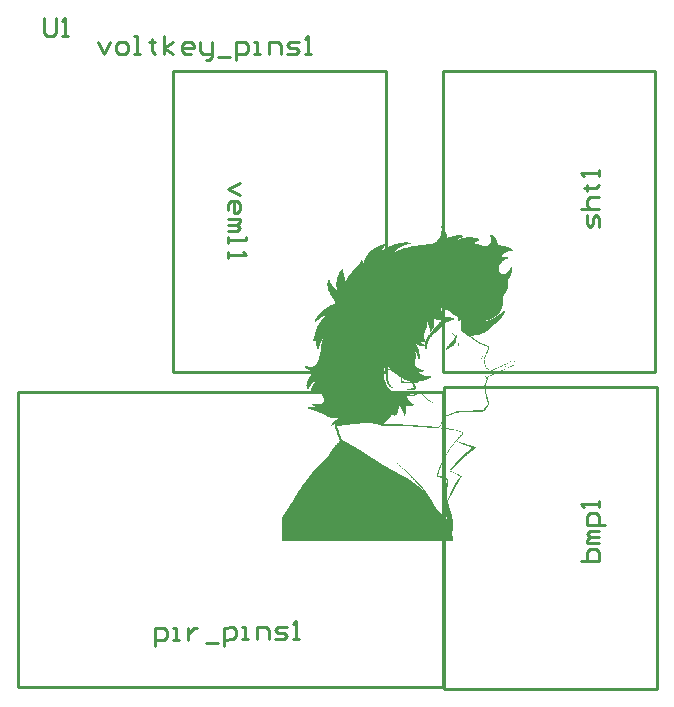
<source format=gto>
G04*
G04 #@! TF.GenerationSoftware,Altium Limited,Altium Designer,23.4.1 (23)*
G04*
G04 Layer_Color=65535*
%FSLAX44Y44*%
%MOMM*%
G71*
G04*
G04 #@! TF.SameCoordinates,85A289D2-1239-4559-B1A6-7CFCC22C1876*
G04*
G04*
G04 #@! TF.FilePolarity,Positive*
G04*
G01*
G75*
%ADD10C,0.2540*%
G36*
X365637Y762264D02*
X365971D01*
Y761597D01*
X366304D01*
Y761264D01*
X366638D01*
Y760597D01*
X366971D01*
Y759930D01*
X367305D01*
Y759263D01*
X367638D01*
Y758262D01*
X367972D01*
Y757595D01*
X368305D01*
Y756928D01*
X368639D01*
Y755928D01*
X368972D01*
Y754927D01*
X369306D01*
Y753926D01*
X369639D01*
Y752926D01*
X370306D01*
Y753259D01*
X371640D01*
Y753593D01*
X372641D01*
Y753926D01*
X373642D01*
Y754260D01*
X375309D01*
Y754593D01*
X377310D01*
Y754927D01*
X381646D01*
Y754593D01*
X382313D01*
Y754260D01*
X382646D01*
Y753259D01*
X381979D01*
Y752926D01*
X380979D01*
Y752592D01*
X380312D01*
Y752259D01*
X379645D01*
Y751925D01*
X379311D01*
Y751592D01*
X378644D01*
Y751258D01*
X379645D01*
Y751592D01*
X380312D01*
Y751925D01*
X381312D01*
Y752259D01*
X382313D01*
Y752592D01*
X383647D01*
Y752926D01*
X385314D01*
Y753259D01*
X391651D01*
Y752926D01*
X393318D01*
Y752592D01*
X394319D01*
Y752259D01*
X395320D01*
Y751925D01*
X395987D01*
Y751592D01*
X396654D01*
Y750591D01*
X396320D01*
Y750258D01*
X395653D01*
Y749924D01*
X394986D01*
Y749591D01*
X393985D01*
Y749257D01*
X393652D01*
Y748924D01*
X392985D01*
Y748590D01*
X392318D01*
Y748257D01*
X392651D01*
Y747923D01*
X393985D01*
Y747590D01*
X395320D01*
Y747256D01*
X396654D01*
Y746923D01*
X397654D01*
Y746589D01*
X398988D01*
Y746256D01*
X400322D01*
Y745922D01*
X402657D01*
Y746256D01*
X403657D01*
Y746589D01*
X404324D01*
Y746923D01*
X404658D01*
Y747256D01*
X405325D01*
Y747590D01*
X405658D01*
Y747923D01*
X405992D01*
Y748590D01*
X406325D01*
Y748924D01*
X406659D01*
Y749924D01*
X406992D01*
Y752259D01*
X406659D01*
Y753259D01*
X406325D01*
Y753926D01*
X405992D01*
Y754260D01*
X405658D01*
Y755260D01*
X405992D01*
Y755594D01*
X406659D01*
Y755260D01*
X407659D01*
Y754927D01*
X407993D01*
Y754593D01*
X408660D01*
Y754260D01*
X408993D01*
Y753926D01*
X409327D01*
Y753593D01*
X409660D01*
Y753259D01*
X409994D01*
Y752926D01*
X410327D01*
Y752259D01*
X410661D01*
Y751592D01*
X410994D01*
Y750925D01*
X411328D01*
Y750258D01*
X411661D01*
Y749257D01*
X411995D01*
Y748257D01*
X412328D01*
Y746589D01*
X414996D01*
Y746256D01*
X417331D01*
Y745922D01*
X418665D01*
Y745589D01*
X419666D01*
Y745255D01*
X420666D01*
Y744922D01*
X421667D01*
Y744588D01*
X422334D01*
Y744255D01*
X423001D01*
Y743921D01*
X423668D01*
Y743588D01*
X424335D01*
Y743254D01*
X424668D01*
Y742921D01*
X425002D01*
Y741920D01*
X423334D01*
Y741587D01*
X421667D01*
Y741253D01*
X420666D01*
Y740920D01*
X419999D01*
Y740586D01*
X419332D01*
Y740253D01*
X418665D01*
Y739919D01*
X418332D01*
Y739586D01*
X417665D01*
Y739252D01*
X417331D01*
Y738919D01*
X416998D01*
Y738585D01*
X416664D01*
Y738251D01*
X416330D01*
Y737918D01*
X415997D01*
Y737251D01*
X415663D01*
Y736917D01*
X419332D01*
Y736584D01*
X419999D01*
Y736251D01*
X420666D01*
Y735917D01*
X421000D01*
Y735583D01*
X420666D01*
Y735250D01*
X420333D01*
Y734916D01*
X419332D01*
Y734583D01*
X418665D01*
Y734249D01*
X417998D01*
Y733916D01*
X417665D01*
Y733582D01*
X416998D01*
Y733249D01*
X416664D01*
Y732915D01*
X416330D01*
Y732582D01*
X415997D01*
Y732248D01*
X415663D01*
Y731915D01*
X415330D01*
Y731581D01*
X414996D01*
Y731248D01*
X414663D01*
Y730914D01*
X414329D01*
Y730247D01*
X413996D01*
Y729580D01*
X413662D01*
Y728580D01*
X413329D01*
Y725578D01*
X413662D01*
Y724244D01*
X413996D01*
Y723577D01*
X414329D01*
Y722910D01*
X414663D01*
Y722577D01*
X414996D01*
Y722243D01*
X415663D01*
Y721910D01*
X417998D01*
Y722243D01*
X418665D01*
Y722577D01*
X419332D01*
Y722910D01*
X419666D01*
Y723244D01*
X419999D01*
Y723577D01*
X420333D01*
Y723911D01*
X420666D01*
Y724244D01*
X421000D01*
Y724578D01*
X421333D01*
Y724911D01*
X421667D01*
Y725578D01*
X422000D01*
Y725912D01*
X422334D01*
Y726245D01*
X422667D01*
Y726912D01*
X423001D01*
Y727579D01*
X423334D01*
Y727913D01*
X424001D01*
Y723244D01*
X423668D01*
Y721576D01*
X423334D01*
Y720576D01*
X423001D01*
Y719909D01*
X422667D01*
Y719241D01*
X422334D01*
Y718575D01*
X422000D01*
Y717907D01*
X421667D01*
Y717574D01*
X421333D01*
Y717241D01*
X421000D01*
Y716240D01*
X421333D01*
Y712571D01*
X421000D01*
Y710904D01*
X420666D01*
Y709570D01*
X420333D01*
Y708569D01*
X419999D01*
Y707902D01*
X419666D01*
Y707235D01*
X419332D01*
Y706568D01*
X418999D01*
Y705901D01*
X418665D01*
Y705568D01*
X418332D01*
Y705234D01*
X417998D01*
Y704567D01*
X417665D01*
Y704234D01*
X417331D01*
Y703900D01*
X416998D01*
Y696563D01*
X416664D01*
Y695229D01*
X416330D01*
Y694228D01*
X415997D01*
Y693228D01*
X415663D01*
Y692561D01*
X415330D01*
Y691894D01*
X414996D01*
Y691227D01*
X414663D01*
Y690560D01*
X414329D01*
Y690226D01*
X413996D01*
Y689559D01*
X413662D01*
Y689226D01*
X413329D01*
Y688892D01*
X412995D01*
Y688559D01*
X412662D01*
Y688225D01*
X412328D01*
Y687892D01*
X411995D01*
Y687558D01*
X411661D01*
Y687225D01*
X411328D01*
Y686891D01*
X410994D01*
Y686558D01*
X410661D01*
Y686224D01*
X409994D01*
Y685891D01*
X409660D01*
Y685557D01*
X408993D01*
Y685224D01*
X408326D01*
Y684890D01*
X407659D01*
Y684557D01*
X407326D01*
Y684223D01*
X406325D01*
Y683890D01*
X405658D01*
Y683556D01*
X404658D01*
Y683223D01*
X403657D01*
Y682889D01*
X402657D01*
Y682556D01*
X403991D01*
Y682889D01*
X405325D01*
Y683223D01*
X405992D01*
Y683556D01*
X406992D01*
Y683890D01*
X407659D01*
Y684223D01*
X408326D01*
Y684557D01*
X408993D01*
Y684890D01*
X409327D01*
Y685224D01*
X409994D01*
Y685557D01*
X410661D01*
Y685891D01*
X410994D01*
Y686224D01*
X411661D01*
Y686558D01*
X411995D01*
Y686891D01*
X412328D01*
Y687225D01*
X412995D01*
Y687558D01*
X413329D01*
Y687892D01*
X413662D01*
Y688225D01*
X414329D01*
Y688559D01*
X414663D01*
Y688892D01*
X414996D01*
Y689226D01*
X415330D01*
Y689559D01*
X415663D01*
Y689893D01*
X415997D01*
Y690226D01*
X416664D01*
Y690560D01*
X416998D01*
Y690893D01*
X417998D01*
Y690560D01*
X418332D01*
Y689559D01*
X417998D01*
Y688892D01*
X417665D01*
Y688225D01*
X417331D01*
Y687558D01*
X416998D01*
Y686891D01*
X416664D01*
Y686558D01*
X416330D01*
Y685891D01*
X415997D01*
Y685557D01*
X415663D01*
Y685224D01*
X415330D01*
Y684557D01*
X414996D01*
Y684223D01*
X414663D01*
Y683890D01*
X414329D01*
Y683556D01*
X413996D01*
Y683223D01*
X413662D01*
Y682889D01*
X413329D01*
Y682556D01*
X412995D01*
Y682222D01*
X412662D01*
Y681889D01*
X412328D01*
Y681555D01*
X411995D01*
Y681222D01*
X411661D01*
Y680888D01*
X410994D01*
Y680555D01*
X410661D01*
Y680221D01*
X410327D01*
Y679888D01*
X409660D01*
Y679554D01*
X409327D01*
Y679221D01*
X408660D01*
Y678887D01*
X408326D01*
Y678553D01*
X407993D01*
Y678220D01*
X407659D01*
Y677887D01*
X407326D01*
Y677219D01*
X406992D01*
Y676886D01*
X406659D01*
Y676553D01*
X406325D01*
Y676219D01*
X405992D01*
Y675885D01*
X405658D01*
Y675552D01*
X405325D01*
Y675218D01*
X404991D01*
Y674885D01*
X404658D01*
Y674551D01*
X403991D01*
Y674218D01*
X403657D01*
Y673884D01*
X402990D01*
Y673551D01*
X402657D01*
Y673217D01*
X401990D01*
Y672884D01*
X401323D01*
Y672550D01*
X400656D01*
Y672217D01*
X399655D01*
Y671883D01*
X398988D01*
Y671550D01*
X397988D01*
Y671216D01*
X396987D01*
Y670883D01*
X395653D01*
Y670549D01*
X393985D01*
Y670216D01*
X391984D01*
Y669882D01*
X388983D01*
Y669549D01*
X389316D01*
Y669215D01*
X389983D01*
Y668882D01*
X390317D01*
Y668548D01*
X390984D01*
Y668215D01*
X391317D01*
Y667881D01*
X391984D01*
Y667548D01*
X392318D01*
Y667214D01*
X392985D01*
Y666881D01*
X393318D01*
Y666547D01*
X393985D01*
Y666214D01*
X394652D01*
Y665880D01*
X394986D01*
Y665547D01*
X395653D01*
Y665213D01*
X395987D01*
Y664880D01*
X396654D01*
Y664546D01*
X397321D01*
Y664213D01*
X397654D01*
Y663879D01*
X398321D01*
Y663546D01*
X398988D01*
Y663212D01*
X399655D01*
Y662879D01*
X400656D01*
Y662545D01*
X401323D01*
Y662212D01*
X402323D01*
Y661878D01*
X403324D01*
Y661545D01*
X404658D01*
Y661211D01*
X404991D01*
Y659210D01*
X404658D01*
Y658210D01*
X404324D01*
Y657209D01*
X403991D01*
Y656542D01*
X403657D01*
Y655541D01*
X403324D01*
Y654874D01*
X402990D01*
Y654207D01*
X402657D01*
Y653540D01*
X402323D01*
Y652540D01*
X401990D01*
Y651873D01*
X401656D01*
Y651206D01*
X401323D01*
Y650539D01*
X400989D01*
Y649205D01*
X401323D01*
Y646870D01*
X401656D01*
Y645536D01*
X401990D01*
Y644202D01*
X402323D01*
Y643202D01*
X402657D01*
Y642535D01*
X402990D01*
Y642201D01*
X403991D01*
Y641868D01*
X404658D01*
Y640867D01*
X404324D01*
Y641534D01*
X403657D01*
Y641868D01*
X402657D01*
Y642201D01*
X402323D01*
Y642868D01*
X401990D01*
Y643535D01*
X401656D01*
Y644869D01*
X401323D01*
Y646203D01*
X400989D01*
Y648204D01*
X400656D01*
Y650872D01*
X400989D01*
Y651873D01*
X401323D01*
Y652540D01*
X401656D01*
Y653540D01*
X401990D01*
Y654207D01*
X402323D01*
Y655208D01*
X402657D01*
Y655875D01*
X402990D01*
Y656876D01*
X403324D01*
Y657876D01*
X403657D01*
Y658876D01*
X403991D01*
Y660211D01*
X404324D01*
Y660544D01*
X403324D01*
Y660878D01*
X402323D01*
Y661211D01*
X401323D01*
Y661545D01*
X400322D01*
Y661878D01*
X399322D01*
Y662212D01*
X398655D01*
Y662545D01*
X397988D01*
Y662879D01*
X397321D01*
Y663212D01*
X396654D01*
Y663546D01*
X396320D01*
Y663879D01*
X395653D01*
Y664213D01*
X394986D01*
Y664546D01*
X394652D01*
Y664880D01*
X393985D01*
Y665213D01*
X393652D01*
Y665547D01*
X393318D01*
Y665880D01*
X392651D01*
Y666214D01*
X392318D01*
Y666547D01*
X391651D01*
Y666881D01*
X391317D01*
Y667214D01*
X390650D01*
Y667548D01*
X390317D01*
Y667881D01*
X389650D01*
Y668215D01*
X389316D01*
Y668548D01*
X388649D01*
Y668882D01*
X388316D01*
Y669215D01*
X387649D01*
Y669549D01*
X387315D01*
Y669882D01*
X386648D01*
Y670216D01*
X386315D01*
Y670549D01*
X385648D01*
Y670883D01*
X385314D01*
Y671216D01*
X384647D01*
Y671550D01*
X384314D01*
Y671883D01*
X383980D01*
Y672217D01*
X383313D01*
Y672550D01*
X382980D01*
Y672884D01*
X382313D01*
Y673217D01*
X381979D01*
Y673551D01*
X381312D01*
Y674551D01*
X380979D01*
Y683556D01*
X380312D01*
Y682889D01*
X379978D01*
Y682556D01*
X378978D01*
Y684890D01*
X378644D01*
Y685557D01*
X378311D01*
Y685891D01*
X377977D01*
Y686224D01*
X377644D01*
Y686558D01*
X376977D01*
Y686891D01*
X376310D01*
Y687225D01*
X375643D01*
Y687558D01*
X374976D01*
Y687892D01*
X374642D01*
Y688225D01*
X373975D01*
Y688559D01*
X373642D01*
Y688892D01*
X373308D01*
Y689226D01*
X372975D01*
Y689559D01*
X372641D01*
Y690226D01*
X372307D01*
Y690893D01*
X371974D01*
Y691227D01*
X369973D01*
Y691560D01*
X368639D01*
Y691894D01*
X367305D01*
Y692227D01*
X366638D01*
Y692561D01*
X365971D01*
Y692894D01*
X365304D01*
Y693228D01*
X364637D01*
Y693561D01*
X364303D01*
Y693895D01*
X363970D01*
Y692894D01*
X364303D01*
Y691560D01*
X364637D01*
Y690560D01*
X364970D01*
Y689226D01*
X365304D01*
Y687892D01*
X365637D01*
Y686558D01*
X365971D01*
Y685891D01*
X366304D01*
Y685224D01*
X367972D01*
Y685557D01*
X372975D01*
Y685224D01*
X374309D01*
Y684890D01*
X374976D01*
Y684557D01*
X375309D01*
Y684223D01*
X375976D01*
Y683890D01*
X375643D01*
Y683556D01*
X374976D01*
Y683223D01*
X373975D01*
Y682889D01*
X372975D01*
Y682556D01*
X371974D01*
Y682222D01*
X370640D01*
Y681889D01*
X369639D01*
Y681555D01*
X368972D01*
Y681222D01*
X368639D01*
Y680888D01*
X367972D01*
Y680555D01*
X367638D01*
Y680221D01*
X367305D01*
Y679888D01*
X366971D01*
Y679554D01*
X366638D01*
Y679221D01*
X366304D01*
Y678887D01*
X365971D01*
Y678553D01*
X365637D01*
Y678220D01*
X365304D01*
Y677887D01*
X364970D01*
Y677553D01*
X364637D01*
Y676886D01*
X364303D01*
Y676553D01*
X363970D01*
Y676219D01*
X363636D01*
Y675885D01*
X363303D01*
Y675552D01*
X362969D01*
Y675218D01*
X362636D01*
Y674885D01*
X362302D01*
Y674551D01*
X361969D01*
Y674218D01*
X361302D01*
Y673884D01*
X360968D01*
Y673551D01*
X360635D01*
Y673217D01*
X359968D01*
Y672884D01*
X359634D01*
Y672550D01*
X359301D01*
Y672217D01*
X358967D01*
Y671883D01*
X358300D01*
Y671550D01*
X357967D01*
Y671216D01*
X357633D01*
Y670883D01*
X357300D01*
Y670549D01*
X356966D01*
Y670216D01*
X356632D01*
Y669882D01*
X356299D01*
Y669215D01*
X355965D01*
Y668882D01*
X355632D01*
Y668548D01*
X355299D01*
Y668215D01*
X354965D01*
Y667548D01*
X354632D01*
Y666881D01*
X354298D01*
Y666547D01*
X353965D01*
Y665547D01*
X353631D01*
Y664880D01*
X353298D01*
Y663879D01*
X352964D01*
Y662879D01*
X352630D01*
Y660878D01*
X352297D01*
Y658876D01*
X351963D01*
Y657209D01*
X351630D01*
Y657876D01*
X351296D01*
Y658876D01*
X350963D01*
Y660211D01*
X350629D01*
Y660878D01*
X348295D01*
Y661211D01*
X346627D01*
Y661545D01*
X345627D01*
Y661878D01*
X344626D01*
Y662212D01*
X343959D01*
Y662545D01*
X343292D01*
Y662212D01*
X343626D01*
Y661545D01*
X343959D01*
Y660878D01*
X344293D01*
Y660211D01*
X344626D01*
Y659544D01*
X344960D01*
Y658543D01*
X345293D01*
Y657542D01*
X345627D01*
Y656542D01*
X345960D01*
Y654874D01*
X346294D01*
Y650205D01*
X345960D01*
Y649872D01*
X345627D01*
Y650205D01*
X345293D01*
Y650539D01*
X344960D01*
Y651539D01*
X344626D01*
Y652540D01*
X344293D01*
Y653540D01*
X343959D01*
Y654207D01*
X343626D01*
Y655208D01*
X343292D01*
Y655875D01*
X342959D01*
Y656542D01*
X342625D01*
Y656876D01*
X342292D01*
Y656208D01*
X342625D01*
Y655208D01*
X342959D01*
Y650539D01*
X342625D01*
Y649538D01*
X342292D01*
Y648204D01*
X341958D01*
Y646870D01*
X342292D01*
Y645536D01*
X342625D01*
Y644536D01*
X342959D01*
Y644202D01*
X343292D01*
Y643535D01*
X343626D01*
Y643202D01*
X343959D01*
Y642868D01*
X344293D01*
Y642535D01*
X344960D01*
Y642201D01*
X345293D01*
Y641868D01*
X345960D01*
Y641534D01*
X347294D01*
Y641201D01*
X350629D01*
Y640534D01*
X350296D01*
Y640200D01*
X349629D01*
Y639866D01*
X349295D01*
Y639533D01*
X348295D01*
Y639199D01*
X345293D01*
Y638866D01*
X345627D01*
Y638532D01*
X345960D01*
Y638199D01*
X346294D01*
Y637865D01*
X346961D01*
Y637532D01*
X347294D01*
Y637198D01*
X347961D01*
Y636865D01*
X348962D01*
Y636531D01*
X349962D01*
Y636198D01*
X351630D01*
Y635864D01*
X355965D01*
Y634864D01*
X355632D01*
Y634530D01*
X355299D01*
Y634197D01*
X354632D01*
Y633863D01*
X353965D01*
Y633530D01*
X353298D01*
Y633196D01*
X352630D01*
Y632863D01*
X351963D01*
Y632529D01*
X350963D01*
Y632196D01*
X349629D01*
Y631862D01*
X346961D01*
Y631529D01*
X346627D01*
Y631195D01*
X345960D01*
Y630862D01*
X345627D01*
Y630528D01*
X344960D01*
Y630195D01*
X344293D01*
Y629861D01*
X342959D01*
Y629528D01*
X341625D01*
Y629194D01*
X341958D01*
Y628861D01*
X342292D01*
Y628194D01*
X342625D01*
Y627527D01*
X342959D01*
Y626526D01*
X343292D01*
Y625192D01*
X342959D01*
Y624525D01*
X342292D01*
Y624192D01*
X341625D01*
Y623858D01*
X336955D01*
Y624192D01*
X335621D01*
Y624859D01*
X337623D01*
Y625192D01*
X339290D01*
Y625526D01*
X340958D01*
Y625859D01*
X341291D01*
Y626860D01*
X340958D01*
Y627527D01*
X340624D01*
Y628527D01*
X340291D01*
Y629194D01*
X339957D01*
Y629861D01*
X339624D01*
Y630195D01*
X338957D01*
Y630528D01*
X338623D01*
Y630195D01*
X335621D01*
Y629861D01*
X334287D01*
Y629528D01*
X331619D01*
Y629861D01*
X330952D01*
Y630195D01*
X330619D01*
Y630862D01*
X330285D01*
Y634864D01*
X329618D01*
Y635197D01*
X328951D01*
Y635531D01*
X328618D01*
Y635864D01*
X327951D01*
Y636198D01*
X327617D01*
Y636531D01*
X326950D01*
Y636865D01*
X326617D01*
Y637198D01*
X325950D01*
Y637532D01*
X325616D01*
Y637865D01*
X325283D01*
Y638199D01*
X324616D01*
Y638532D01*
X324282D01*
Y638866D01*
X323949D01*
Y639199D01*
X323615D01*
Y639533D01*
X322948D01*
Y639866D01*
X322615D01*
Y640200D01*
X322281D01*
Y640534D01*
X321948D01*
Y640867D01*
X321614D01*
Y641201D01*
X320947D01*
Y640867D01*
X320280D01*
Y640534D01*
X319613D01*
Y639866D01*
X319280D01*
Y634864D01*
X319613D01*
Y631862D01*
X319947D01*
Y630528D01*
X320280D01*
Y629528D01*
X320614D01*
Y628861D01*
X320947D01*
Y628194D01*
X321281D01*
Y627860D01*
X321614D01*
Y627193D01*
X321948D01*
Y626860D01*
X322281D01*
Y626526D01*
X322615D01*
Y626193D01*
X323282D01*
Y625859D01*
X323615D01*
Y625526D01*
X322948D01*
Y625859D01*
X321948D01*
Y626193D01*
X321614D01*
Y626526D01*
X320947D01*
Y626860D01*
X320614D01*
Y627193D01*
X320280D01*
Y627527D01*
X319947D01*
Y627860D01*
X319613D01*
Y628527D01*
X319280D01*
Y628861D01*
X318946D01*
Y629528D01*
X318613D01*
Y630528D01*
X318279D01*
Y631529D01*
X317946D01*
Y633530D01*
X317612D01*
Y638532D01*
X317946D01*
Y639866D01*
X318279D01*
Y640534D01*
X318613D01*
Y640867D01*
X318946D01*
Y641201D01*
X319280D01*
Y641534D01*
X320947D01*
Y642201D01*
X320614D01*
Y642535D01*
X320280D01*
Y642868D01*
X319947D01*
Y643535D01*
X319613D01*
Y644202D01*
X318946D01*
Y643869D01*
X317946D01*
Y643535D01*
X317612D01*
Y643202D01*
X316945D01*
Y642535D01*
X316611D01*
Y642201D01*
X316278D01*
Y641534D01*
X315944D01*
Y639533D01*
X315611D01*
Y636531D01*
X315944D01*
Y634197D01*
X316278D01*
Y632529D01*
X316611D01*
Y631529D01*
X316945D01*
Y630528D01*
X317279D01*
Y629861D01*
X317612D01*
Y628861D01*
X317946D01*
Y628527D01*
X318279D01*
Y627860D01*
X318613D01*
Y627193D01*
X318946D01*
Y626860D01*
X319280D01*
Y626193D01*
X319613D01*
Y625859D01*
X319947D01*
Y625526D01*
X320280D01*
Y625192D01*
X320614D01*
Y624859D01*
X320947D01*
Y624525D01*
X321281D01*
Y624192D01*
X321614D01*
Y623858D01*
X322281D01*
Y623525D01*
X322615D01*
Y623191D01*
X323282D01*
Y622858D01*
X323615D01*
Y622524D01*
X324282D01*
Y622191D01*
X324949D01*
Y621857D01*
X325950D01*
Y621524D01*
X326617D01*
Y621190D01*
X327617D01*
Y620857D01*
X329285D01*
Y620523D01*
X331619D01*
Y620190D01*
X337623D01*
Y619856D01*
X339290D01*
Y619523D01*
X340958D01*
Y619856D01*
X341625D01*
Y620190D01*
X342292D01*
Y620523D01*
X342625D01*
Y620857D01*
X342959D01*
Y621190D01*
X343292D01*
Y621524D01*
X343626D01*
Y621857D01*
X343959D01*
Y622191D01*
X344293D01*
Y622524D01*
X345627D01*
Y622191D01*
X346627D01*
Y621857D01*
X347628D01*
Y621524D01*
X348295D01*
Y620857D01*
X348628D01*
Y620523D01*
X348962D01*
Y620190D01*
X349295D01*
Y619856D01*
X349629D01*
Y619523D01*
X349962D01*
Y618856D01*
X350296D01*
Y618522D01*
X350629D01*
Y618189D01*
X350963D01*
Y617855D01*
X351296D01*
Y617522D01*
X351630D01*
Y617188D01*
X351963D01*
Y616855D01*
X352630D01*
Y616521D01*
X352964D01*
Y616188D01*
X353298D01*
Y615854D01*
X353631D01*
Y615520D01*
X353965D01*
Y615187D01*
X354632D01*
Y614853D01*
X354965D01*
Y614520D01*
X355632D01*
Y614186D01*
X355965D01*
Y613853D01*
X356632D01*
Y613519D01*
X357300D01*
Y613186D01*
X357633D01*
Y612852D01*
X357300D01*
Y613186D01*
X356632D01*
Y613519D01*
X355965D01*
Y613853D01*
X355299D01*
Y614186D01*
X354632D01*
Y614520D01*
X354298D01*
Y614853D01*
X353631D01*
Y615187D01*
X353298D01*
Y615520D01*
X352964D01*
Y615854D01*
X352630D01*
Y616188D01*
X351963D01*
Y616521D01*
X351630D01*
Y616855D01*
X351296D01*
Y617188D01*
X350963D01*
Y617522D01*
X350629D01*
Y617855D01*
X350296D01*
Y618189D01*
X349962D01*
Y618522D01*
X349629D01*
Y618856D01*
X348962D01*
Y619523D01*
X348628D01*
Y619856D01*
X348295D01*
Y620190D01*
X347961D01*
Y620523D01*
X347628D01*
Y620857D01*
X346627D01*
Y621190D01*
X345627D01*
Y621524D01*
X344626D01*
Y621190D01*
X344293D01*
Y620857D01*
X343959D01*
Y620190D01*
X343626D01*
Y619856D01*
X342959D01*
Y619523D01*
X342625D01*
Y619189D01*
X342292D01*
Y618856D01*
X341291D01*
Y618522D01*
X337956D01*
Y618856D01*
X335288D01*
Y618189D01*
X335621D01*
Y617188D01*
X335955D01*
Y616521D01*
X336288D01*
Y615854D01*
X336622D01*
Y615187D01*
X336955D01*
Y614853D01*
X337289D01*
Y614520D01*
X337623D01*
Y614186D01*
X337956D01*
Y613853D01*
X338290D01*
Y613519D01*
X338623D01*
Y613186D01*
X339290D01*
Y612852D01*
X339957D01*
Y612519D01*
X340958D01*
Y612185D01*
X341291D01*
Y611185D01*
X340958D01*
Y610851D01*
X334621D01*
Y611185D01*
X334287D01*
Y603848D01*
X333954D01*
Y602514D01*
X333620D01*
Y601847D01*
X333287D01*
Y602514D01*
X332953D01*
Y603514D01*
X332620D01*
Y604848D01*
X332286D01*
Y605515D01*
X331953D01*
Y606182D01*
X331619D01*
Y606849D01*
X331286D01*
Y607516D01*
X330952D01*
Y608183D01*
X330619D01*
Y608517D01*
X330285D01*
Y609184D01*
X329952D01*
Y609517D01*
X329618D01*
Y609851D01*
X329285D01*
Y610184D01*
X328951D01*
Y610518D01*
X328618D01*
Y607850D01*
X328284D01*
Y606182D01*
X327951D01*
Y605182D01*
X327617D01*
Y604515D01*
X327284D01*
Y603848D01*
X326950D01*
Y603514D01*
X326617D01*
Y603181D01*
X326283D01*
Y602847D01*
X325950D01*
Y602514D01*
X325616D01*
Y602180D01*
X325283D01*
Y601847D01*
X324616D01*
Y602180D01*
X324282D01*
Y602514D01*
X323949D01*
Y603848D01*
X323615D01*
Y603514D01*
X323282D01*
Y603181D01*
X322948D01*
Y602847D01*
X322615D01*
Y602514D01*
X322281D01*
Y602180D01*
X321948D01*
Y601847D01*
X321614D01*
Y601513D01*
X321281D01*
Y600846D01*
X320947D01*
Y600513D01*
X320614D01*
Y600179D01*
X320280D01*
Y599846D01*
X319947D01*
Y599512D01*
X319613D01*
Y599179D01*
X319280D01*
Y598845D01*
X318946D01*
Y598512D01*
X318613D01*
Y598178D01*
X318279D01*
Y597845D01*
X317946D01*
Y597178D01*
X317612D01*
Y596844D01*
X317279D01*
Y596511D01*
X316945D01*
Y596177D01*
X316611D01*
Y595843D01*
X316278D01*
Y595176D01*
X317279D01*
Y594843D01*
X332286D01*
Y594509D01*
X339290D01*
Y594176D01*
X344626D01*
Y593842D01*
X348962D01*
Y593509D01*
X352964D01*
Y593175D01*
X356632D01*
Y592842D01*
X360301D01*
Y592508D01*
X362969D01*
Y592175D01*
X365971D01*
Y591841D01*
X368639D01*
Y591508D01*
X370973D01*
Y591174D01*
X373308D01*
Y590841D01*
X374976D01*
Y590507D01*
X376643D01*
Y590174D01*
X377977D01*
Y589840D01*
X378978D01*
Y589507D01*
X380312D01*
Y589173D01*
X380979D01*
Y588840D01*
X381646D01*
Y588506D01*
X382313D01*
Y588173D01*
X382646D01*
Y587506D01*
X382980D01*
Y586839D01*
X382646D01*
Y586172D01*
X382313D01*
Y585838D01*
X381979D01*
Y585505D01*
X381646D01*
Y585171D01*
X381312D01*
Y584838D01*
X380979D01*
Y584504D01*
X380645D01*
Y584171D01*
X380312D01*
Y583837D01*
X379978D01*
Y583504D01*
X379645D01*
Y583170D01*
X379311D01*
Y582837D01*
X378978D01*
Y582503D01*
X378644D01*
Y582170D01*
X378311D01*
Y581836D01*
X377977D01*
Y581503D01*
X377644D01*
Y581169D01*
X377310D01*
Y580836D01*
X377977D01*
Y580502D01*
X378978D01*
Y580168D01*
X379978D01*
Y579835D01*
X381312D01*
Y579501D01*
X382313D01*
Y579168D01*
X383313D01*
Y578834D01*
X384314D01*
Y578501D01*
X385314D01*
Y578167D01*
X386315D01*
Y577834D01*
X387315D01*
Y577500D01*
X388316D01*
Y577167D01*
X389316D01*
Y576833D01*
X390317D01*
Y576500D01*
X391317D01*
Y576166D01*
X392318D01*
Y575833D01*
X392985D01*
Y575499D01*
X393985D01*
Y575166D01*
X394319D01*
Y574832D01*
X393652D01*
Y574499D01*
X393318D01*
Y574165D01*
X392651D01*
Y573832D01*
X392318D01*
Y573498D01*
X391651D01*
Y573165D01*
X391317D01*
Y572831D01*
X390984D01*
Y572498D01*
X390317D01*
Y572164D01*
X389983D01*
Y571831D01*
X389650D01*
Y571497D01*
X388983D01*
Y571164D01*
X388649D01*
Y570830D01*
X388316D01*
Y570497D01*
X387982D01*
Y570163D01*
X387315D01*
Y569830D01*
X386982D01*
Y569496D01*
X386648D01*
Y569163D01*
X386315D01*
Y568829D01*
X385981D01*
Y568496D01*
X385648D01*
Y568162D01*
X384981D01*
Y567829D01*
X384647D01*
Y567495D01*
X384314D01*
Y567162D01*
X383980D01*
Y566828D01*
X383647D01*
Y566495D01*
X383313D01*
Y566161D01*
X382980D01*
Y565828D01*
X382646D01*
Y565494D01*
X382313D01*
Y565161D01*
X381646D01*
Y564827D01*
X381312D01*
Y564494D01*
X380979D01*
Y564160D01*
X380645D01*
Y563827D01*
X380312D01*
Y563493D01*
X379978D01*
Y563160D01*
X379645D01*
Y562826D01*
X379311D01*
Y562493D01*
X378978D01*
Y562159D01*
X378644D01*
Y561826D01*
X378311D01*
Y561492D01*
X377977D01*
Y561159D01*
X377644D01*
Y560825D01*
X377310D01*
Y560491D01*
X376977D01*
Y560158D01*
X376643D01*
Y559824D01*
X376310D01*
Y559491D01*
X375976D01*
Y559157D01*
X375643D01*
Y558824D01*
X375309D01*
Y558490D01*
X374976D01*
Y558157D01*
X374642D01*
Y557823D01*
X374309D01*
Y557490D01*
X373975D01*
Y557156D01*
X373642D01*
Y556823D01*
X373308D01*
Y556489D01*
X372975D01*
Y556156D01*
X372641D01*
Y555822D01*
X372307D01*
Y555489D01*
X372641D01*
Y555155D01*
X373308D01*
Y554822D01*
X374309D01*
Y554488D01*
X374976D01*
Y554155D01*
X375643D01*
Y553821D01*
X376310D01*
Y553488D01*
X377310D01*
Y553154D01*
X377977D01*
Y552821D01*
X378644D01*
Y552487D01*
X379311D01*
Y552154D01*
X379978D01*
Y551820D01*
X380645D01*
Y551487D01*
X380979D01*
Y551153D01*
X381312D01*
Y550820D01*
X381646D01*
Y550153D01*
X381312D01*
Y549819D01*
X380979D01*
Y549486D01*
X380645D01*
Y548819D01*
X380312D01*
Y548485D01*
X379978D01*
Y547818D01*
X379645D01*
Y547151D01*
X379311D01*
Y546484D01*
X378978D01*
Y545817D01*
X378644D01*
Y545150D01*
X378311D01*
Y544483D01*
X377977D01*
Y543816D01*
X377644D01*
Y543149D01*
X377310D01*
Y542816D01*
X376977D01*
Y542149D01*
X376643D01*
Y541482D01*
X376310D01*
Y540815D01*
X375976D01*
Y540148D01*
X375643D01*
Y539481D01*
X375309D01*
Y538814D01*
X374976D01*
Y538147D01*
X374642D01*
Y537480D01*
X374309D01*
Y537146D01*
X373975D01*
Y536479D01*
X373642D01*
Y535812D01*
X373308D01*
Y535145D01*
X372975D01*
Y534478D01*
X372641D01*
Y533811D01*
X372307D01*
Y533144D01*
X371974D01*
Y532810D01*
X371640D01*
Y532143D01*
X371307D01*
Y531476D01*
X370973D01*
Y530809D01*
X370640D01*
Y530476D01*
X370306D01*
Y529809D01*
X369973D01*
Y528141D01*
X370306D01*
Y527141D01*
X370640D01*
Y526474D01*
X370973D01*
Y525473D01*
X371307D01*
Y524473D01*
X371640D01*
Y523139D01*
X371974D01*
Y522138D01*
X372307D01*
Y521138D01*
X372641D01*
Y520137D01*
X372975D01*
Y518803D01*
X373308D01*
Y517469D01*
X373642D01*
Y516135D01*
X373975D01*
Y514801D01*
X374309D01*
Y513133D01*
X374642D01*
Y508798D01*
X374309D01*
Y504796D01*
X373975D01*
Y500126D01*
X374309D01*
Y496791D01*
X374642D01*
Y496458D01*
X229232D01*
Y515134D01*
X229566D01*
Y515801D01*
X229899D01*
Y516468D01*
X230233D01*
Y516802D01*
X230566D01*
Y517469D01*
X230900D01*
Y518136D01*
X231233D01*
Y518470D01*
X231567D01*
Y519137D01*
X231900D01*
Y519804D01*
X232234D01*
Y520137D01*
X232567D01*
Y520804D01*
X232901D01*
Y521138D01*
X233234D01*
Y521805D01*
X233568D01*
Y522138D01*
X233902D01*
Y522805D01*
X234235D01*
Y523472D01*
X234569D01*
Y523806D01*
X234902D01*
Y524473D01*
X235236D01*
Y524806D01*
X235569D01*
Y525473D01*
X235903D01*
Y526140D01*
X236236D01*
Y526474D01*
X236569D01*
Y527141D01*
X236903D01*
Y527474D01*
X237236D01*
Y528141D01*
X237570D01*
Y528475D01*
X237904D01*
Y529142D01*
X238237D01*
Y529475D01*
X238571D01*
Y530142D01*
X238904D01*
Y530809D01*
X239238D01*
Y531143D01*
X239571D01*
Y531810D01*
X239905D01*
Y532143D01*
X240238D01*
Y532810D01*
X240572D01*
Y533144D01*
X240905D01*
Y533811D01*
X241239D01*
Y534478D01*
X241572D01*
Y534811D01*
X241906D01*
Y535478D01*
X242239D01*
Y535812D01*
X242573D01*
Y536479D01*
X242906D01*
Y537146D01*
X243240D01*
Y537480D01*
X243573D01*
Y538147D01*
X243907D01*
Y538480D01*
X244240D01*
Y539147D01*
X244574D01*
Y539481D01*
X244907D01*
Y540148D01*
X245241D01*
Y540481D01*
X245574D01*
Y540815D01*
Y541148D01*
X245908D01*
Y541482D01*
X246241D01*
Y542149D01*
X246575D01*
Y542482D01*
X246908D01*
Y543149D01*
X247242D01*
Y543483D01*
X247575D01*
Y544150D01*
X247909D01*
Y544483D01*
X248242D01*
Y545150D01*
X248576D01*
Y545484D01*
X248909D01*
Y545817D01*
X249243D01*
Y546484D01*
X249576D01*
Y546818D01*
X249910D01*
Y547151D01*
X250243D01*
Y547818D01*
X250577D01*
Y548152D01*
X250910D01*
Y548485D01*
X251244D01*
Y549152D01*
X251577D01*
Y549486D01*
X251911D01*
Y549819D01*
X252244D01*
Y550486D01*
X252578D01*
Y550820D01*
X252911D01*
Y551153D01*
X253245D01*
Y551487D01*
X253578D01*
Y551820D01*
X253912D01*
Y552487D01*
X254245D01*
Y552821D01*
X254579D01*
Y553154D01*
X254912D01*
Y553488D01*
X255246D01*
Y554155D01*
X255579D01*
Y554488D01*
X255913D01*
Y554822D01*
X256246D01*
Y555155D01*
X256580D01*
Y555489D01*
X256914D01*
Y555822D01*
X257247D01*
Y556156D01*
X257581D01*
Y556489D01*
X257914D01*
Y557156D01*
X258248D01*
Y557490D01*
X258581D01*
Y557823D01*
X258915D01*
Y558157D01*
X259248D01*
Y558490D01*
X259582D01*
Y558824D01*
X259915D01*
Y559157D01*
X260249D01*
Y559491D01*
X260582D01*
Y559824D01*
X260916D01*
Y560158D01*
X261249D01*
Y560491D01*
X261583D01*
Y560825D01*
X261916D01*
Y561159D01*
X262250D01*
Y561492D01*
X262583D01*
Y561826D01*
X262917D01*
Y562159D01*
X263250D01*
Y562493D01*
X263584D01*
Y562826D01*
X263917D01*
Y563160D01*
X264251D01*
Y563493D01*
X264584D01*
Y563827D01*
X264918D01*
Y564160D01*
X265251D01*
Y564494D01*
X265585D01*
Y564827D01*
X265918D01*
Y565161D01*
X266252D01*
Y565494D01*
X266585D01*
Y565828D01*
X266919D01*
Y566161D01*
X267252D01*
Y566495D01*
X267586D01*
Y566828D01*
X267919D01*
Y567162D01*
X268253D01*
Y567495D01*
X268586D01*
Y567829D01*
X268920D01*
Y568496D01*
X269253D01*
Y569163D01*
X269587D01*
Y569830D01*
X269920D01*
Y570497D01*
X270254D01*
Y570830D01*
X270587D01*
Y571497D01*
X270921D01*
Y571831D01*
X271254D01*
Y572498D01*
X271588D01*
Y572831D01*
X271921D01*
Y573498D01*
X272255D01*
Y573832D01*
X272588D01*
Y574165D01*
X272922D01*
Y574499D01*
X273255D01*
Y575166D01*
X273589D01*
Y575499D01*
X273923D01*
Y575833D01*
X274256D01*
Y576166D01*
X274590D01*
Y576833D01*
X274923D01*
Y577167D01*
X275257D01*
Y577500D01*
X275590D01*
Y577834D01*
X275924D01*
Y578167D01*
X276257D01*
Y578501D01*
X276590D01*
Y578834D01*
X276924D01*
Y579168D01*
X277257D01*
Y579501D01*
X277591D01*
Y580168D01*
X277925D01*
Y580502D01*
X278258D01*
Y580836D01*
X278592D01*
Y581836D01*
X278258D01*
Y582837D01*
X277925D01*
Y583504D01*
X277591D01*
Y584504D01*
X277257D01*
Y585171D01*
X276924D01*
Y586172D01*
X276590D01*
Y587172D01*
X276257D01*
Y588173D01*
X275924D01*
Y589173D01*
X275590D01*
Y590174D01*
X275257D01*
Y591174D01*
X274923D01*
Y592175D01*
X274590D01*
Y593842D01*
X274256D01*
Y594176D01*
X274590D01*
Y594843D01*
X273255D01*
Y594509D01*
X272255D01*
Y594176D01*
X271588D01*
Y593842D01*
X271254D01*
Y593509D01*
X270921D01*
Y594176D01*
X271254D01*
Y594509D01*
X271588D01*
Y595176D01*
X271921D01*
Y595510D01*
X272255D01*
Y595843D01*
X272588D01*
Y596177D01*
X272922D01*
Y596511D01*
X273255D01*
Y596844D01*
X273589D01*
Y597178D01*
X273923D01*
Y597511D01*
X274256D01*
Y597845D01*
X274590D01*
Y598178D01*
X274923D01*
Y598512D01*
X275257D01*
Y598845D01*
X275924D01*
Y599179D01*
X276257D01*
Y599512D01*
X276590D01*
Y599846D01*
X277257D01*
Y600179D01*
X277591D01*
Y600513D01*
X276590D01*
Y600179D01*
X270921D01*
Y600513D01*
X269920D01*
Y600846D01*
X269253D01*
Y601180D01*
X268586D01*
Y601513D01*
X267919D01*
Y601847D01*
X267586D01*
Y602180D01*
X266919D01*
Y602514D01*
X266252D01*
Y602847D01*
X265585D01*
Y603181D01*
X264918D01*
Y603514D01*
X264251D01*
Y603848D01*
X263584D01*
Y604181D01*
X262583D01*
Y604515D01*
X261916D01*
Y604848D01*
X261249D01*
Y605182D01*
X260249D01*
Y605515D01*
X259582D01*
Y605849D01*
X258581D01*
Y606182D01*
X257581D01*
Y606516D01*
X256580D01*
Y606849D01*
X255913D01*
Y607183D01*
X254579D01*
Y607516D01*
X253578D01*
Y607850D01*
X252578D01*
Y608183D01*
X251577D01*
Y608850D01*
X251911D01*
Y609184D01*
X254912D01*
Y609517D01*
X258248D01*
Y609851D01*
X257914D01*
Y610184D01*
X257247D01*
Y610518D01*
X256580D01*
Y610851D01*
X255913D01*
Y611185D01*
X255579D01*
Y611518D01*
X255246D01*
Y611852D01*
X254912D01*
Y612185D01*
X255246D01*
Y612519D01*
X255913D01*
Y612185D01*
X256914D01*
Y611852D01*
X261916D01*
Y612185D01*
X262917D01*
Y612519D01*
X263584D01*
Y612852D01*
X264251D01*
Y613186D01*
X264584D01*
Y613519D01*
X264918D01*
Y613853D01*
X265251D01*
Y614186D01*
X265585D01*
Y615520D01*
X265251D01*
Y616521D01*
X264918D01*
Y617522D01*
X264584D01*
Y618189D01*
X264251D01*
Y618856D01*
X263917D01*
Y619189D01*
X263584D01*
Y619856D01*
X263250D01*
Y620190D01*
X262917D01*
Y620523D01*
X262583D01*
Y620857D01*
X262250D01*
Y621190D01*
X261583D01*
Y621524D01*
X260582D01*
Y621857D01*
X258915D01*
Y621524D01*
X257914D01*
Y621190D01*
X257247D01*
Y620857D01*
X256580D01*
Y620523D01*
X256246D01*
Y620190D01*
X254912D01*
Y620857D01*
X254579D01*
Y621857D01*
X254245D01*
Y624192D01*
X254579D01*
Y625526D01*
X254912D01*
Y626526D01*
X255246D01*
Y627527D01*
X255579D01*
Y628194D01*
X255913D01*
Y628527D01*
X256246D01*
Y629194D01*
X256580D01*
Y629861D01*
X256914D01*
Y630195D01*
X257247D01*
Y630862D01*
X256580D01*
Y630528D01*
X256246D01*
Y630195D01*
X255913D01*
Y629861D01*
X255579D01*
Y629528D01*
X255246D01*
Y629194D01*
X254912D01*
Y628861D01*
X254579D01*
Y628194D01*
X254245D01*
Y627860D01*
X253912D01*
Y627193D01*
X253578D01*
Y626860D01*
X253245D01*
Y626193D01*
X252911D01*
Y625526D01*
X252578D01*
Y625192D01*
X252244D01*
Y624859D01*
X251244D01*
Y625192D01*
X250910D01*
Y625859D01*
X250577D01*
Y627527D01*
X250243D01*
Y628194D01*
X250577D01*
Y630195D01*
X250910D01*
Y631195D01*
X251244D01*
Y632196D01*
X251577D01*
Y632863D01*
X251911D01*
Y633530D01*
X252244D01*
Y634197D01*
X252578D01*
Y634530D01*
X252911D01*
Y635197D01*
X253245D01*
Y635531D01*
X253578D01*
Y636198D01*
X253912D01*
Y636531D01*
X254245D01*
Y636865D01*
X254579D01*
Y637198D01*
X254912D01*
Y637865D01*
X255246D01*
Y638199D01*
X255579D01*
Y638532D01*
X255913D01*
Y638866D01*
X256246D01*
Y639199D01*
X256580D01*
Y639533D01*
X256914D01*
Y639866D01*
X254579D01*
Y640200D01*
X253245D01*
Y640534D01*
X252244D01*
Y640867D01*
X251577D01*
Y641201D01*
X251244D01*
Y641534D01*
X250577D01*
Y641868D01*
X250243D01*
Y642201D01*
X249910D01*
Y642535D01*
X249576D01*
Y642868D01*
X249243D01*
Y643202D01*
X248909D01*
Y643869D01*
X249243D01*
Y644202D01*
X249576D01*
Y644536D01*
X250243D01*
Y644202D01*
X251244D01*
Y643869D01*
X252578D01*
Y643535D01*
X254912D01*
Y643869D01*
X256246D01*
Y644202D01*
X256914D01*
Y644536D01*
X257247D01*
Y644869D01*
X257914D01*
Y645203D01*
X258248D01*
Y645536D01*
X258581D01*
Y645870D01*
X258915D01*
Y646537D01*
X259248D01*
Y647204D01*
X259582D01*
Y647871D01*
X259915D01*
Y648538D01*
X260249D01*
Y649205D01*
X260582D01*
Y650205D01*
X260916D01*
Y651206D01*
X261249D01*
Y652540D01*
X261583D01*
Y653874D01*
X261916D01*
Y655875D01*
X262250D01*
Y658543D01*
X262583D01*
Y661211D01*
X262917D01*
Y663212D01*
X263250D01*
Y664546D01*
X263584D01*
Y665547D01*
X263917D01*
Y666547D01*
X264251D01*
Y667214D01*
X263917D01*
Y666881D01*
X263584D01*
Y666214D01*
X263250D01*
Y665880D01*
X262917D01*
Y665213D01*
X262583D01*
Y664546D01*
X262250D01*
Y663879D01*
X261916D01*
Y662879D01*
X261583D01*
Y661545D01*
X261249D01*
Y660211D01*
X260916D01*
Y659210D01*
X260582D01*
Y658876D01*
X259248D01*
Y659544D01*
X258915D01*
Y661211D01*
X258581D01*
Y666214D01*
X258248D01*
Y665880D01*
X257914D01*
Y665547D01*
X257581D01*
Y665213D01*
X256580D01*
Y665547D01*
X256246D01*
Y667214D01*
X256580D01*
Y668548D01*
X256914D01*
Y669882D01*
X257247D01*
Y671216D01*
X257581D01*
Y672217D01*
X257914D01*
Y673217D01*
X258248D01*
Y674218D01*
X258581D01*
Y675218D01*
X258915D01*
Y676219D01*
X259248D01*
Y676886D01*
X259582D01*
Y677887D01*
X259915D01*
Y678553D01*
X260249D01*
Y679221D01*
X260582D01*
Y679888D01*
X260916D01*
Y680555D01*
X261249D01*
Y680888D01*
X261583D01*
Y681555D01*
X261916D01*
Y681889D01*
X262250D01*
Y682556D01*
X262583D01*
Y682889D01*
X262917D01*
Y683223D01*
X263250D01*
Y683556D01*
X263584D01*
Y683890D01*
X263917D01*
Y684223D01*
X264251D01*
Y684557D01*
X264584D01*
Y684890D01*
X264918D01*
Y685224D01*
X265251D01*
Y685557D01*
X265585D01*
Y685891D01*
X265918D01*
Y686224D01*
X266252D01*
Y686558D01*
X266919D01*
Y686891D01*
X267252D01*
Y687225D01*
X266585D01*
Y686891D01*
X265585D01*
Y686558D01*
X264918D01*
Y686224D01*
X264251D01*
Y685891D01*
X263584D01*
Y685557D01*
X262917D01*
Y685224D01*
X262583D01*
Y684890D01*
X261916D01*
Y684557D01*
X261583D01*
Y684223D01*
X260916D01*
Y683890D01*
X260582D01*
Y683556D01*
X260249D01*
Y683223D01*
X259915D01*
Y682889D01*
X259582D01*
Y682556D01*
X259248D01*
Y682222D01*
X258581D01*
Y681889D01*
X258248D01*
Y681555D01*
X257581D01*
Y681889D01*
X257247D01*
Y683223D01*
X257581D01*
Y683890D01*
X257914D01*
Y684223D01*
X258248D01*
Y684557D01*
X258581D01*
Y685224D01*
X258915D01*
Y685557D01*
X259248D01*
Y685891D01*
X259582D01*
Y686224D01*
X259915D01*
Y686891D01*
X260249D01*
Y687225D01*
X260582D01*
Y687558D01*
X260916D01*
Y687892D01*
X261249D01*
Y688225D01*
X261583D01*
Y688559D01*
X261916D01*
Y688892D01*
X262250D01*
Y689226D01*
X262583D01*
Y689559D01*
X262917D01*
Y689893D01*
X263250D01*
Y690226D01*
X263584D01*
Y690560D01*
X263917D01*
Y690893D01*
X264251D01*
Y691227D01*
X264584D01*
Y691560D01*
X264918D01*
Y691894D01*
X265585D01*
Y692227D01*
X265918D01*
Y692561D01*
X266252D01*
Y692894D01*
X266919D01*
Y693228D01*
X267252D01*
Y693561D01*
X267586D01*
Y693895D01*
X268253D01*
Y694228D01*
X268586D01*
Y694562D01*
X269253D01*
Y694895D01*
X269920D01*
Y695229D01*
X270254D01*
Y695563D01*
X270921D01*
Y695896D01*
X271921D01*
Y696229D01*
X272588D01*
Y696563D01*
X273255D01*
Y696897D01*
X274256D01*
Y697230D01*
X275590D01*
Y697897D01*
X274923D01*
Y698564D01*
X274590D01*
Y698897D01*
X274256D01*
Y699231D01*
X273923D01*
Y699898D01*
X273589D01*
Y700232D01*
X273255D01*
Y700899D01*
X272922D01*
Y701232D01*
X272588D01*
Y701566D01*
X272255D01*
Y702233D01*
X271921D01*
Y702900D01*
X271588D01*
Y703233D01*
X271254D01*
Y703900D01*
X270921D01*
Y704567D01*
X270587D01*
Y704901D01*
X270254D01*
Y705901D01*
X269920D01*
Y706568D01*
X269587D01*
Y707235D01*
X269253D01*
Y707902D01*
X268920D01*
Y708903D01*
X268586D01*
Y710237D01*
X268253D01*
Y712238D01*
X267919D01*
Y714239D01*
X268253D01*
Y715907D01*
X268586D01*
Y716907D01*
X268920D01*
Y717241D01*
X269587D01*
Y716907D01*
X269920D01*
Y716240D01*
X270254D01*
Y715573D01*
X270587D01*
Y714906D01*
X270921D01*
Y714239D01*
X271254D01*
Y713905D01*
X271588D01*
Y713238D01*
X271921D01*
Y712571D01*
X272255D01*
Y712238D01*
X272588D01*
Y711904D01*
X272922D01*
Y711237D01*
X273255D01*
Y710904D01*
X273589D01*
Y710570D01*
X273923D01*
Y710237D01*
X274256D01*
Y709903D01*
X274590D01*
Y709570D01*
X274923D01*
Y709236D01*
X275257D01*
Y708903D01*
X275590D01*
Y708236D01*
X275924D01*
Y707902D01*
X276590D01*
Y708236D01*
X276257D01*
Y709236D01*
X275924D01*
Y711571D01*
X275590D01*
Y715573D01*
X275924D01*
Y717574D01*
X276257D01*
Y718908D01*
X276590D01*
Y719909D01*
X276924D01*
Y720909D01*
X277257D01*
Y721576D01*
X277591D01*
Y722243D01*
X277925D01*
Y722910D01*
X278258D01*
Y723577D01*
X278592D01*
Y723911D01*
X278925D01*
Y724578D01*
X279259D01*
Y724911D01*
X279592D01*
Y725245D01*
X279926D01*
Y725578D01*
X280259D01*
Y726245D01*
X281260D01*
Y725912D01*
X281593D01*
Y723244D01*
X281927D01*
Y721243D01*
X282260D01*
Y719909D01*
X282594D01*
Y718575D01*
X282927D01*
Y717574D01*
X283261D01*
Y716240D01*
X283594D01*
Y716573D01*
X283928D01*
Y716907D01*
X284261D01*
Y717574D01*
X284595D01*
Y718241D01*
X284928D01*
Y718575D01*
X285262D01*
Y719241D01*
X285595D01*
Y719575D01*
X285929D01*
Y720242D01*
X286262D01*
Y720576D01*
X286596D01*
Y721243D01*
X286929D01*
Y721576D01*
X287263D01*
Y722243D01*
X287596D01*
Y722577D01*
X287930D01*
Y722910D01*
X288263D01*
Y723244D01*
X288597D01*
Y723911D01*
X288930D01*
Y724244D01*
X289264D01*
Y724578D01*
X289597D01*
Y724911D01*
X289931D01*
Y725578D01*
X290264D01*
Y725912D01*
X290598D01*
Y726245D01*
X290931D01*
Y726579D01*
X291265D01*
Y726912D01*
X291598D01*
Y727246D01*
X291932D01*
Y727579D01*
X292265D01*
Y727913D01*
X292599D01*
Y728246D01*
X292932D01*
Y728580D01*
X293266D01*
Y728913D01*
X293599D01*
Y729247D01*
X293933D01*
Y729580D01*
X294266D01*
Y729914D01*
X294600D01*
Y730247D01*
X294933D01*
Y730581D01*
X295267D01*
Y731248D01*
X295600D01*
Y731581D01*
X295934D01*
Y732248D01*
X296268D01*
Y732915D01*
X296601D01*
Y733916D01*
X296935D01*
Y734249D01*
X297268D01*
Y733916D01*
X297602D01*
Y733582D01*
X297935D01*
Y732915D01*
X298269D01*
Y732248D01*
X298602D01*
Y731915D01*
X298936D01*
Y732915D01*
X299269D01*
Y733916D01*
X299603D01*
Y734583D01*
X299936D01*
Y735250D01*
X300270D01*
Y735917D01*
X300603D01*
Y736584D01*
X300937D01*
Y737251D01*
X301270D01*
Y737585D01*
X301604D01*
Y738251D01*
X301937D01*
Y738585D01*
X302271D01*
Y738919D01*
X302604D01*
Y739586D01*
X302938D01*
Y739919D01*
X303271D01*
Y740253D01*
X303605D01*
Y740586D01*
X303938D01*
Y740920D01*
X304272D01*
Y741253D01*
X304605D01*
Y741587D01*
X304939D01*
Y741920D01*
X305272D01*
Y742254D01*
X305606D01*
Y742587D01*
X305939D01*
Y742921D01*
X306606D01*
Y743254D01*
X306940D01*
Y743588D01*
X307607D01*
Y743921D01*
X307940D01*
Y744255D01*
X308607D01*
Y744588D01*
X309274D01*
Y744922D01*
X309941D01*
Y745255D01*
X310608D01*
Y745589D01*
X311275D01*
Y745922D01*
X312276D01*
Y746256D01*
X312943D01*
Y746589D01*
X313944D01*
Y746923D01*
X314944D01*
Y747256D01*
X315944D01*
Y747590D01*
X316611D01*
Y747923D01*
X317279D01*
Y748257D01*
X318279D01*
Y747923D01*
X317946D01*
Y747256D01*
X317612D01*
Y746923D01*
X317279D01*
Y746589D01*
X316945D01*
Y746256D01*
X316611D01*
Y745589D01*
X316278D01*
Y745255D01*
X315944D01*
Y744922D01*
X315611D01*
Y744255D01*
X315278D01*
Y743921D01*
X314944D01*
Y743254D01*
X314611D01*
Y742921D01*
X314277D01*
Y742254D01*
X313944D01*
Y741920D01*
X313610D01*
Y741587D01*
X314277D01*
Y741920D01*
X314611D01*
Y742254D01*
X315278D01*
Y742587D01*
X315611D01*
Y742921D01*
X316278D01*
Y743254D01*
X316611D01*
Y743588D01*
X317279D01*
Y743921D01*
X317946D01*
Y744255D01*
X318613D01*
Y744588D01*
X319280D01*
Y744922D01*
X319613D01*
Y745255D01*
X320614D01*
Y745589D01*
X321281D01*
Y745922D01*
X321948D01*
Y746256D01*
X322615D01*
Y746589D01*
X323615D01*
Y746923D01*
X324616D01*
Y747256D01*
X325616D01*
Y747590D01*
X326617D01*
Y747923D01*
X327951D01*
Y748257D01*
X329952D01*
Y748590D01*
X332620D01*
Y748924D01*
X335955D01*
Y748590D01*
X338623D01*
Y747923D01*
X337623D01*
Y747590D01*
X336288D01*
Y747256D01*
X335288D01*
Y746923D01*
X334287D01*
Y746589D01*
X333287D01*
Y746256D01*
X332286D01*
Y745922D01*
X331619D01*
Y745589D01*
X330952D01*
Y745255D01*
X330285D01*
Y744922D01*
X329952D01*
Y744588D01*
X329285D01*
Y744255D01*
X328618D01*
Y743921D01*
X328284D01*
Y743588D01*
X327951D01*
Y743254D01*
X327284D01*
Y742921D01*
X326950D01*
Y742587D01*
X326617D01*
Y742254D01*
X326283D01*
Y741920D01*
X325950D01*
Y741587D01*
X325616D01*
Y741253D01*
X325283D01*
Y740586D01*
X325616D01*
Y740920D01*
X325950D01*
Y741253D01*
X326617D01*
Y741587D01*
X327284D01*
Y741920D01*
X327951D01*
Y742254D01*
X328951D01*
Y742587D01*
X329618D01*
Y742921D01*
X330285D01*
Y743254D01*
X331286D01*
Y743588D01*
X332286D01*
Y743921D01*
X333287D01*
Y744255D01*
X334621D01*
Y744588D01*
X335955D01*
Y744922D01*
X337289D01*
Y745255D01*
X338957D01*
Y745589D01*
X340624D01*
Y745922D01*
X342625D01*
Y746256D01*
X344960D01*
Y746589D01*
X347961D01*
Y746923D01*
X351296D01*
Y747256D01*
X354298D01*
Y747590D01*
X356299D01*
Y747923D01*
X357633D01*
Y748257D01*
X358634D01*
Y748590D01*
X359301D01*
Y748924D01*
X359634D01*
Y749257D01*
X360301D01*
Y749591D01*
X360635D01*
Y749924D01*
X360968D01*
Y750258D01*
X361302D01*
Y750591D01*
X361635D01*
Y750925D01*
X361969D01*
Y751592D01*
X362302D01*
Y751925D01*
X362636D01*
Y752592D01*
X362969D01*
Y752926D01*
X363303D01*
Y753593D01*
X363636D01*
Y754593D01*
X363970D01*
Y755260D01*
X364303D01*
Y756594D01*
X364637D01*
Y758262D01*
X364970D01*
Y761264D01*
X364637D01*
Y762264D01*
X364303D01*
Y762598D01*
X364637D01*
Y762931D01*
X365637D01*
Y762264D01*
D02*
G37*
G36*
X379311Y662545D02*
X379645D01*
Y661545D01*
Y661211D01*
Y660544D01*
X379311D01*
Y661545D01*
X378978D01*
Y663546D01*
X379311D01*
Y662545D01*
D02*
G37*
G36*
X374309Y671883D02*
X374642D01*
Y671550D01*
X374976D01*
Y671216D01*
X375309D01*
Y670883D01*
X375643D01*
Y670549D01*
X375976D01*
Y670216D01*
X376310D01*
Y669549D01*
X376977D01*
Y669882D01*
X377310D01*
Y670216D01*
X377977D01*
Y669215D01*
X377644D01*
Y667881D01*
X377310D01*
Y665213D01*
X376977D01*
Y664213D01*
X376643D01*
Y663546D01*
X376310D01*
Y662879D01*
X375976D01*
Y662545D01*
X375643D01*
Y662212D01*
X375309D01*
Y661878D01*
X374976D01*
Y661545D01*
X374642D01*
Y661211D01*
X373975D01*
Y660878D01*
X373308D01*
Y660544D01*
X372975D01*
Y660211D01*
X372307D01*
Y659877D01*
X371640D01*
Y659544D01*
X370973D01*
Y659210D01*
X370640D01*
Y658876D01*
X369973D01*
Y658543D01*
X369306D01*
Y658210D01*
X368972D01*
Y657876D01*
X368305D01*
Y657542D01*
X367972D01*
Y658210D01*
X368305D01*
Y658876D01*
X368639D01*
Y659210D01*
X368972D01*
Y659877D01*
X369306D01*
Y660544D01*
X369639D01*
Y660878D01*
X369973D01*
Y661211D01*
X370306D01*
Y661545D01*
X370640D01*
Y662212D01*
X370973D01*
Y662545D01*
X371640D01*
Y662879D01*
X371974D01*
Y663212D01*
X372307D01*
Y663546D01*
X372641D01*
Y663879D01*
X372975D01*
Y664213D01*
X373308D01*
Y664546D01*
X373642D01*
Y664880D01*
X373975D01*
Y665547D01*
X374309D01*
Y665880D01*
X374642D01*
Y666214D01*
X374976D01*
Y666881D01*
X375309D01*
Y667548D01*
X375643D01*
Y668215D01*
X375976D01*
Y668548D01*
X376310D01*
Y669215D01*
X375976D01*
Y669882D01*
X375643D01*
Y670216D01*
X375309D01*
Y670549D01*
X374976D01*
Y670883D01*
X374642D01*
Y671216D01*
X374309D01*
Y671550D01*
X373975D01*
Y671883D01*
X373642D01*
Y672217D01*
X374309D01*
Y671883D01*
D02*
G37*
G36*
X399655Y651873D02*
X399322D01*
Y651539D01*
Y651206D01*
X398988D01*
Y650539D01*
X398655D01*
Y650205D01*
X398321D01*
Y651206D01*
X398655D01*
Y651873D01*
X398988D01*
Y652206D01*
X399322D01*
Y652540D01*
X399655D01*
Y651873D01*
D02*
G37*
G36*
X426002Y648538D02*
X426336D01*
Y648204D01*
X426669D01*
Y647871D01*
Y647537D01*
X427003D01*
Y646537D01*
X427336D01*
Y645203D01*
X426669D01*
Y644869D01*
X425669D01*
Y644536D01*
X425002D01*
Y644202D01*
X424335D01*
Y643869D01*
X423334D01*
Y643535D01*
X422334D01*
Y643202D01*
X421667D01*
Y642868D01*
X421000D01*
Y642535D01*
X420333D01*
Y642868D01*
X420666D01*
Y643202D01*
X421333D01*
Y643535D01*
X421667D01*
Y643869D01*
X422667D01*
Y644202D01*
X423334D01*
Y644536D01*
X424335D01*
Y644869D01*
X425002D01*
Y645203D01*
X426002D01*
Y645536D01*
X426669D01*
Y645870D01*
X427003D01*
Y646203D01*
X426669D01*
Y647537D01*
X426336D01*
Y648204D01*
X426002D01*
Y648538D01*
X424668D01*
Y648204D01*
X423668D01*
Y647871D01*
X423334D01*
Y647537D01*
X423001D01*
Y647204D01*
X422667D01*
Y646870D01*
X422334D01*
Y646537D01*
X421333D01*
Y646203D01*
X420333D01*
Y646537D01*
X420666D01*
Y646870D01*
X421667D01*
Y647204D01*
X422334D01*
Y647537D01*
X422667D01*
Y647871D01*
X423001D01*
Y648204D01*
X423334D01*
Y648538D01*
X424335D01*
Y648871D01*
X426002D01*
Y648538D01*
D02*
G37*
G36*
X404324Y639866D02*
X403991D01*
Y639533D01*
X403657D01*
Y640200D01*
X403991D01*
Y640867D01*
X404324D01*
Y639866D01*
D02*
G37*
G36*
X419332Y646203D02*
X420333D01*
Y645870D01*
X419666D01*
Y644536D01*
X419332D01*
Y643535D01*
X419666D01*
Y642535D01*
X419999D01*
Y642201D01*
X419666D01*
Y641868D01*
X419332D01*
Y641534D01*
X418665D01*
Y641201D01*
X417998D01*
Y640867D01*
X417331D01*
Y640534D01*
X416664D01*
Y640200D01*
X415663D01*
Y639866D01*
X414996D01*
Y639533D01*
X414329D01*
Y639199D01*
X413662D01*
Y638866D01*
X412662D01*
Y638532D01*
X411995D01*
Y638199D01*
X411328D01*
Y637865D01*
X410327D01*
Y637532D01*
X409660D01*
Y637198D01*
X408993D01*
Y636865D01*
X407993D01*
Y636531D01*
X407326D01*
Y636198D01*
X406659D01*
Y635864D01*
X405992D01*
Y635531D01*
X405325D01*
Y635197D01*
X404324D01*
Y634864D01*
X403657D01*
Y634530D01*
X402990D01*
Y634197D01*
X403657D01*
Y632863D01*
X403324D01*
Y631529D01*
X402990D01*
Y630195D01*
X402657D01*
Y629194D01*
X402323D01*
Y628194D01*
X401990D01*
Y627527D01*
X401656D01*
Y626193D01*
X401990D01*
Y624192D01*
X402323D01*
Y622524D01*
X402657D01*
Y620857D01*
X402990D01*
Y618856D01*
X403324D01*
Y617855D01*
X403657D01*
Y616855D01*
X403991D01*
Y615854D01*
X404324D01*
Y614520D01*
X404658D01*
Y611185D01*
X404324D01*
Y610518D01*
X403991D01*
Y609851D01*
X403657D01*
Y609517D01*
X403324D01*
Y608850D01*
X402990D01*
Y608517D01*
X402657D01*
Y608183D01*
X402323D01*
Y607850D01*
X401990D01*
Y607183D01*
X401656D01*
Y606849D01*
X401323D01*
Y606516D01*
X400989D01*
Y606182D01*
X400322D01*
Y605849D01*
X399655D01*
Y605515D01*
X384647D01*
Y605182D01*
X379311D01*
Y604848D01*
X377644D01*
Y604515D01*
X376643D01*
Y604181D01*
X375309D01*
Y603848D01*
X374309D01*
Y603514D01*
X373308D01*
Y603181D01*
X372641D01*
Y602847D01*
X371640D01*
Y602514D01*
X370640D01*
Y602180D01*
X369639D01*
Y601847D01*
X368639D01*
Y601513D01*
X367638D01*
Y601180D01*
X366971D01*
Y600846D01*
X366304D01*
Y600179D01*
X365971D01*
Y598512D01*
X365637D01*
Y597511D01*
X365304D01*
Y596177D01*
X364970D01*
Y595510D01*
X364637D01*
Y594843D01*
X364303D01*
Y595843D01*
X364637D01*
Y596844D01*
X364970D01*
Y598178D01*
X365304D01*
Y599846D01*
X365637D01*
Y601180D01*
X366304D01*
Y601513D01*
X366971D01*
Y601847D01*
X367638D01*
Y602180D01*
X368305D01*
Y602514D01*
X369306D01*
Y602847D01*
X369973D01*
Y603181D01*
X370973D01*
Y603514D01*
X371640D01*
Y603848D01*
X372641D01*
Y604181D01*
X373642D01*
Y604515D01*
X374642D01*
Y604848D01*
X375309D01*
Y605182D01*
X376310D01*
Y605515D01*
X377310D01*
Y605849D01*
X378644D01*
Y606182D01*
X381979D01*
Y606516D01*
X390984D01*
Y606849D01*
X399655D01*
Y607183D01*
X400322D01*
Y607516D01*
X400656D01*
Y608183D01*
X400989D01*
Y608517D01*
X401323D01*
Y608850D01*
X401656D01*
Y609184D01*
X401990D01*
Y609517D01*
X402323D01*
Y610184D01*
X402657D01*
Y610518D01*
X402990D01*
Y611185D01*
X403324D01*
Y611518D01*
X403657D01*
Y613853D01*
X403324D01*
Y615187D01*
X402990D01*
Y616188D01*
X402657D01*
Y617522D01*
X402323D01*
Y618856D01*
X401990D01*
Y620523D01*
X401656D01*
Y622524D01*
X401323D01*
Y624859D01*
X400989D01*
Y627193D01*
X400656D01*
Y627527D01*
X400989D01*
Y627860D01*
X401323D01*
Y628527D01*
X401656D01*
Y629528D01*
X401990D01*
Y630195D01*
X402323D01*
Y631195D01*
X402657D01*
Y632529D01*
X402990D01*
Y633530D01*
X402323D01*
Y633863D01*
X401656D01*
Y634197D01*
X401323D01*
Y635197D01*
X401656D01*
Y636198D01*
X401990D01*
Y636865D01*
X402323D01*
Y637532D01*
X402657D01*
Y638199D01*
X402990D01*
Y638866D01*
X403324D01*
Y639533D01*
X403657D01*
Y639199D01*
X404324D01*
Y639533D01*
X404991D01*
Y639866D01*
X405992D01*
Y640200D01*
X406659D01*
Y640534D01*
X407326D01*
Y640867D01*
X407993D01*
Y641201D01*
X408660D01*
Y641534D01*
X409327D01*
Y641868D01*
X409994D01*
Y642201D01*
X410661D01*
Y642535D01*
X411328D01*
Y642868D01*
X412328D01*
Y643202D01*
X412995D01*
Y643535D01*
X413662D01*
Y643869D01*
X414329D01*
Y644202D01*
X414996D01*
Y644536D01*
X415663D01*
Y644869D01*
X416330D01*
Y645203D01*
X416998D01*
Y645536D01*
X417998D01*
Y645870D01*
X418332D01*
Y646203D01*
X418999D01*
Y646537D01*
X419332D01*
Y646203D01*
D02*
G37*
G36*
X364303Y594509D02*
Y594176D01*
X363970D01*
Y594843D01*
X364303D01*
Y594509D01*
D02*
G37*
G36*
X363970Y593509D02*
X363636D01*
Y593842D01*
Y594176D01*
X363970D01*
Y593509D01*
D02*
G37*
G36*
X363636Y593175D02*
X363303D01*
Y593509D01*
X363636D01*
Y593175D01*
D02*
G37*
G36*
X363303Y592842D02*
X362969D01*
Y593175D01*
X363303D01*
Y592842D01*
D02*
G37*
%LPC*%
G36*
X378644Y751258D02*
X377977D01*
Y750925D01*
X378644D01*
Y751258D01*
D02*
G37*
G36*
X267586Y687558D02*
X267252D01*
Y687225D01*
X267586D01*
Y687558D01*
D02*
G37*
G36*
X358967Y684223D02*
X358300D01*
Y682889D01*
X358634D01*
Y679221D01*
X358300D01*
Y677887D01*
X357967D01*
Y676886D01*
X357633D01*
Y676219D01*
X357300D01*
Y675552D01*
X356966D01*
Y675218D01*
X356632D01*
Y674551D01*
X356299D01*
Y674218D01*
X355965D01*
Y673884D01*
X355632D01*
Y673217D01*
X355299D01*
Y673551D01*
X354965D01*
Y675885D01*
X354632D01*
Y676886D01*
X354298D01*
Y678220D01*
X353965D01*
Y679221D01*
X353631D01*
Y680221D01*
X353298D01*
Y680888D01*
X352964D01*
Y681555D01*
X352630D01*
Y681889D01*
X352297D01*
Y681222D01*
X352630D01*
Y678220D01*
X352297D01*
Y676886D01*
X351963D01*
Y675885D01*
X351630D01*
Y675552D01*
X351296D01*
Y674885D01*
X350963D01*
Y673884D01*
X350629D01*
Y672217D01*
X350296D01*
Y667548D01*
X350629D01*
Y666547D01*
X350963D01*
Y665880D01*
X351296D01*
Y665547D01*
X351630D01*
Y665880D01*
Y666214D01*
Y666547D01*
X351963D01*
Y667214D01*
X352297D01*
Y667881D01*
X352630D01*
Y668548D01*
X352964D01*
Y669215D01*
X353298D01*
Y669549D01*
X353631D01*
Y670216D01*
X353965D01*
Y670549D01*
X354298D01*
Y670883D01*
X354632D01*
Y671550D01*
X354965D01*
Y671883D01*
X355299D01*
Y672217D01*
X355632D01*
Y672884D01*
X355965D01*
Y673217D01*
X356299D01*
Y673551D01*
X356632D01*
Y673884D01*
X356966D01*
Y674218D01*
X357300D01*
Y674885D01*
X357633D01*
Y675218D01*
X357967D01*
Y675552D01*
X358300D01*
Y675885D01*
X358634D01*
Y676219D01*
X358967D01*
Y676553D01*
X359301D01*
Y677219D01*
X359634D01*
Y677553D01*
X359968D01*
Y677887D01*
X360301D01*
Y678220D01*
X360635D01*
Y678553D01*
X360968D01*
Y678887D01*
X361302D01*
Y679221D01*
X361635D01*
Y679554D01*
X361969D01*
Y680221D01*
X362302D01*
Y680555D01*
X362636D01*
Y680888D01*
X362969D01*
Y681222D01*
X363303D01*
Y681555D01*
X363636D01*
Y681889D01*
X363970D01*
Y682222D01*
X364303D01*
Y682556D01*
X364637D01*
Y682889D01*
X364970D01*
Y683223D01*
X364303D01*
Y682889D01*
X362969D01*
Y683223D01*
X360635D01*
Y683556D01*
X359634D01*
Y683890D01*
X358967D01*
Y684223D01*
D02*
G37*
G36*
X350963Y664546D02*
X350629D01*
Y664213D01*
X347628D01*
Y664546D01*
X346961D01*
Y664213D01*
X347294D01*
Y663879D01*
X347961D01*
Y663546D01*
X348295D01*
Y663212D01*
X348962D01*
Y662879D01*
X349629D01*
Y662545D01*
X350296D01*
Y662212D01*
X350629D01*
Y663546D01*
X350963D01*
Y664546D01*
D02*
G37*
G36*
X257581Y631195D02*
X257247D01*
Y630862D01*
X257581D01*
Y631195D01*
D02*
G37*
G36*
X331619Y634197D02*
X330952D01*
Y633863D01*
X331286D01*
Y632529D01*
X331619D01*
Y631529D01*
X331953D01*
Y631195D01*
X332953D01*
Y630862D01*
X335621D01*
Y630528D01*
X336288D01*
Y630862D01*
X337623D01*
Y631195D01*
X336622D01*
Y631529D01*
X335955D01*
Y631862D01*
X335288D01*
Y632196D01*
X334621D01*
Y632529D01*
X333954D01*
Y632863D01*
X333287D01*
Y633196D01*
X332620D01*
Y633530D01*
X331953D01*
Y633863D01*
X331619D01*
Y634197D01*
D02*
G37*
G36*
X377644Y580502D02*
X376977D01*
Y580168D01*
X376643D01*
Y579835D01*
X376310D01*
Y579501D01*
X375976D01*
Y579168D01*
X375643D01*
Y578501D01*
X375309D01*
Y578167D01*
X374976D01*
Y577834D01*
X374642D01*
Y577167D01*
X374309D01*
Y576833D01*
X373975D01*
Y576500D01*
X373642D01*
Y575833D01*
X373308D01*
Y575499D01*
X372975D01*
Y575166D01*
X372641D01*
Y574499D01*
X372307D01*
Y574165D01*
X371974D01*
Y573498D01*
X371640D01*
Y573165D01*
X371307D01*
Y572498D01*
X370973D01*
Y572164D01*
X370640D01*
Y571497D01*
X370306D01*
Y571164D01*
X369973D01*
Y570497D01*
X369639D01*
Y569830D01*
X369306D01*
Y569496D01*
X368972D01*
Y568829D01*
X368639D01*
Y568162D01*
X368305D01*
Y567495D01*
X367972D01*
Y567162D01*
X367638D01*
Y566495D01*
X367305D01*
Y565828D01*
X366971D01*
Y565161D01*
X366638D01*
Y564494D01*
X366304D01*
Y563827D01*
X365971D01*
Y563160D01*
X365637D01*
Y562159D01*
X365304D01*
Y561492D01*
X364970D01*
Y560825D01*
X364637D01*
Y559824D01*
X364303D01*
Y559157D01*
X363970D01*
Y558157D01*
X363636D01*
Y557156D01*
X363303D01*
Y556156D01*
X362969D01*
Y554822D01*
X362636D01*
Y553821D01*
X362302D01*
Y552487D01*
X361969D01*
Y551487D01*
X362636D01*
Y551153D01*
X363636D01*
Y550820D01*
X364970D01*
Y550486D01*
X365971D01*
Y550153D01*
X366971D01*
Y549819D01*
X367972D01*
Y549486D01*
X368972D01*
Y549152D01*
X369639D01*
Y548819D01*
X369973D01*
Y548485D01*
X370306D01*
Y546818D01*
X369973D01*
Y541482D01*
X369639D01*
Y532810D01*
X369306D01*
Y529809D01*
X369639D01*
Y530476D01*
X369973D01*
Y531476D01*
X370306D01*
Y532143D01*
X370640D01*
Y533144D01*
X370973D01*
Y533811D01*
X371307D01*
Y534478D01*
X371640D01*
Y535145D01*
X371974D01*
Y536145D01*
X372307D01*
Y536813D01*
X372641D01*
Y537480D01*
X372975D01*
Y538147D01*
X373308D01*
Y538814D01*
X373642D01*
Y539481D01*
X373975D01*
Y540148D01*
X374309D01*
Y540815D01*
X374642D01*
Y541482D01*
X374976D01*
Y542149D01*
X375309D01*
Y542816D01*
X375643D01*
Y543483D01*
X375976D01*
Y544150D01*
X376310D01*
Y544817D01*
X376643D01*
Y545150D01*
X376977D01*
Y545817D01*
X377310D01*
Y546484D01*
X377644D01*
Y546818D01*
X377977D01*
Y547485D01*
X378311D01*
Y547818D01*
X378644D01*
Y548485D01*
X378978D01*
Y548819D01*
X379311D01*
Y549486D01*
X379645D01*
Y549819D01*
X379978D01*
Y550153D01*
X380312D01*
Y550820D01*
X379978D01*
Y551153D01*
X379645D01*
Y551487D01*
X378978D01*
Y551820D01*
X378644D01*
Y552154D01*
X377977D01*
Y552487D01*
X377310D01*
Y552821D01*
X376643D01*
Y553154D01*
X375976D01*
Y553488D01*
X374976D01*
Y553821D01*
X374309D01*
Y554155D01*
X373642D01*
Y554488D01*
X372641D01*
Y554822D01*
X371640D01*
Y555155D01*
X371307D01*
Y555489D01*
X371640D01*
Y556156D01*
X371974D01*
Y556489D01*
X372307D01*
Y556823D01*
X372641D01*
Y557156D01*
X372975D01*
Y557823D01*
X373308D01*
Y558157D01*
X373642D01*
Y558490D01*
X373975D01*
Y558824D01*
X374309D01*
Y559157D01*
X374642D01*
Y559824D01*
X374976D01*
Y560158D01*
X375309D01*
Y560491D01*
X375643D01*
Y560825D01*
X375976D01*
Y561159D01*
X376310D01*
Y561826D01*
X376643D01*
Y562159D01*
X376977D01*
Y562493D01*
X377310D01*
Y562826D01*
X377644D01*
Y563160D01*
X377977D01*
Y563493D01*
X378311D01*
Y563827D01*
X378644D01*
Y564160D01*
X378978D01*
Y564494D01*
X379311D01*
Y564827D01*
X379645D01*
Y565161D01*
X379978D01*
Y565494D01*
X380312D01*
Y566161D01*
X380645D01*
Y566495D01*
X380979D01*
Y566828D01*
X381312D01*
Y567162D01*
X381646D01*
Y567495D01*
X381979D01*
Y567829D01*
X382646D01*
Y568162D01*
X382980D01*
Y568496D01*
X383313D01*
Y568829D01*
X383647D01*
Y569163D01*
X383980D01*
Y569496D01*
X384314D01*
Y569830D01*
X384647D01*
Y570163D01*
X384981D01*
Y570497D01*
X385314D01*
Y570830D01*
X385648D01*
Y571164D01*
X385981D01*
Y571497D01*
X386648D01*
Y571831D01*
X386982D01*
Y572164D01*
X387315D01*
Y572498D01*
X387649D01*
Y572831D01*
X387982D01*
Y573165D01*
X388649D01*
Y573498D01*
X388983D01*
Y573832D01*
X389650D01*
Y574165D01*
X389983D01*
Y574499D01*
X390317D01*
Y574832D01*
X389983D01*
Y575166D01*
X389316D01*
Y575499D01*
X388316D01*
Y575833D01*
X387649D01*
Y576166D01*
X386982D01*
Y576500D01*
X385981D01*
Y576833D01*
X385314D01*
Y577167D01*
X384647D01*
Y577500D01*
X383647D01*
Y577834D01*
X382980D01*
Y578167D01*
X382313D01*
Y578501D01*
X381312D01*
Y578834D01*
X380645D01*
Y579168D01*
X379978D01*
Y579501D01*
X379311D01*
Y579835D01*
X378644D01*
Y580168D01*
X377644D01*
Y580502D01*
D02*
G37*
G36*
X304605Y596177D02*
X299603D01*
Y595843D01*
X295934D01*
Y595510D01*
X293266D01*
Y595176D01*
X290264D01*
Y594843D01*
X286929D01*
Y594509D01*
X283594D01*
Y594176D01*
X280259D01*
Y593842D01*
X277591D01*
Y593509D01*
X276257D01*
Y593175D01*
X276590D01*
Y591841D01*
X276924D01*
Y590841D01*
X277257D01*
Y589840D01*
X277591D01*
Y588840D01*
X277925D01*
Y587839D01*
X278258D01*
Y586839D01*
X278592D01*
Y586172D01*
X278925D01*
Y585171D01*
X279259D01*
Y584171D01*
X279592D01*
Y583504D01*
X279926D01*
Y582503D01*
X280259D01*
Y582170D01*
X280593D01*
Y581836D01*
X281260D01*
Y581503D01*
X281593D01*
Y581169D01*
X282260D01*
Y580836D01*
X282927D01*
Y580502D01*
X283261D01*
Y580168D01*
X283928D01*
Y579835D01*
X284595D01*
Y579501D01*
X285262D01*
Y579168D01*
X285595D01*
Y578834D01*
X286262D01*
Y578501D01*
X286929D01*
Y578167D01*
X287263D01*
Y577834D01*
X287930D01*
Y577500D01*
X288597D01*
Y577167D01*
X289264D01*
Y576833D01*
X289597D01*
Y576500D01*
X290264D01*
Y576166D01*
X290598D01*
Y575833D01*
X291265D01*
Y575499D01*
X291932D01*
Y575166D01*
X292265D01*
Y574832D01*
X292932D01*
Y574499D01*
X293266D01*
Y574165D01*
X293933D01*
Y573832D01*
X294600D01*
Y573498D01*
X294933D01*
Y573165D01*
X295600D01*
Y572831D01*
X296268D01*
Y572498D01*
X296601D01*
Y572164D01*
X297268D01*
Y571831D01*
X297602D01*
Y571497D01*
X298269D01*
Y571164D01*
X298936D01*
Y570830D01*
X299269D01*
Y570497D01*
X299936D01*
Y570163D01*
X300270D01*
Y569830D01*
X300937D01*
Y569496D01*
X301604D01*
Y569163D01*
X301937D01*
Y568829D01*
X302604D01*
Y568496D01*
X302938D01*
Y568162D01*
X303605D01*
Y567829D01*
X303938D01*
Y567495D01*
X304605D01*
Y567162D01*
X305272D01*
Y566828D01*
X305606D01*
Y566495D01*
X306273D01*
Y566161D01*
X306606D01*
Y565828D01*
X307273D01*
Y565494D01*
X307607D01*
Y565161D01*
X308274D01*
Y564827D01*
X308941D01*
Y564494D01*
X309274D01*
Y564160D01*
X309941D01*
Y563827D01*
X310275D01*
Y563493D01*
X310942D01*
Y563160D01*
X311275D01*
Y562826D01*
X311942D01*
Y562493D01*
X312609D01*
Y562159D01*
X312943D01*
Y561826D01*
X313610D01*
Y561492D01*
X314277D01*
Y561159D01*
X314611D01*
Y560825D01*
X315278D01*
Y560491D01*
X315944D01*
Y560158D01*
X316278D01*
Y559824D01*
X316945D01*
Y559491D01*
X317612D01*
Y559157D01*
X317946D01*
Y558824D01*
X318613D01*
Y558490D01*
X319280D01*
Y558157D01*
X319613D01*
Y557823D01*
X320280D01*
Y557490D01*
X320947D01*
Y557156D01*
X321281D01*
Y556823D01*
X321948D01*
Y556489D01*
X322615D01*
Y556156D01*
X323282D01*
Y555822D01*
X323615D01*
Y555489D01*
X324282D01*
Y555155D01*
X324949D01*
Y554822D01*
X325616D01*
Y554488D01*
X325950D01*
Y554155D01*
X326617D01*
Y553821D01*
X327284D01*
Y553488D01*
X327951D01*
Y553154D01*
X328618D01*
Y552821D01*
X329285D01*
Y552487D01*
X329618D01*
Y552154D01*
X330285D01*
Y551820D01*
X330952D01*
Y551487D01*
X331619D01*
Y551153D01*
X332286D01*
Y550820D01*
X332953D01*
Y550486D01*
X333620D01*
Y550153D01*
X334287D01*
Y549819D01*
X334954D01*
Y549486D01*
X335288D01*
Y549152D01*
X335955D01*
Y548819D01*
X336622D01*
Y548485D01*
X336955D01*
Y548152D01*
X337623D01*
Y547818D01*
X337956D01*
Y547485D01*
X338623D01*
Y547151D01*
X338957D01*
Y546818D01*
X339624D01*
Y546484D01*
X339957D01*
Y546151D01*
X340291D01*
Y545817D01*
X340958D01*
Y545484D01*
X341291D01*
Y545150D01*
X341625D01*
Y544817D01*
X342292D01*
Y544483D01*
X342625D01*
Y544150D01*
X342959D01*
Y543816D01*
X343626D01*
Y543483D01*
X343959D01*
Y543149D01*
X344293D01*
Y542816D01*
X344626D01*
Y542482D01*
X345293D01*
Y542149D01*
X345627D01*
Y541815D01*
X345960D01*
Y541482D01*
X346294D01*
Y541148D01*
X346627D01*
Y540815D01*
X346961D01*
Y540481D01*
X347628D01*
Y540148D01*
X347961D01*
Y539814D01*
X348295D01*
Y539481D01*
X348628D01*
Y539147D01*
X348962D01*
Y538814D01*
X349295D01*
Y539147D01*
X348962D01*
Y539814D01*
X348628D01*
Y540148D01*
X348295D01*
Y540481D01*
X347961D01*
Y540815D01*
X347628D01*
Y541148D01*
X347294D01*
Y541482D01*
X346961D01*
Y541815D01*
X346627D01*
Y542482D01*
X346294D01*
Y542816D01*
X345960D01*
Y543149D01*
X345627D01*
Y543483D01*
X345293D01*
Y543816D01*
X344960D01*
Y544150D01*
X344626D01*
Y544483D01*
X344293D01*
Y544817D01*
X343959D01*
Y545150D01*
X343626D01*
Y545484D01*
X343292D01*
Y545817D01*
X342959D01*
Y546151D01*
X342625D01*
Y546818D01*
X342292D01*
Y547151D01*
X341958D01*
Y547485D01*
X341625D01*
Y547818D01*
X341291D01*
Y548152D01*
X340958D01*
Y548485D01*
X340624D01*
Y548819D01*
X340291D01*
Y549152D01*
X339957D01*
Y549486D01*
X339624D01*
Y549819D01*
X339290D01*
Y550153D01*
X338957D01*
Y550486D01*
X338623D01*
Y550820D01*
X338290D01*
Y551153D01*
X337956D01*
Y551487D01*
X337623D01*
Y551820D01*
X337289D01*
Y552154D01*
X336955D01*
Y552487D01*
X336622D01*
Y552821D01*
X336288D01*
Y553154D01*
X335955D01*
Y553488D01*
X335621D01*
Y553821D01*
X335288D01*
Y554155D01*
X334954D01*
Y554488D01*
X334621D01*
Y554822D01*
X334287D01*
Y555155D01*
X333954D01*
Y555489D01*
X333620D01*
Y555822D01*
X333287D01*
Y556156D01*
X332953D01*
Y556489D01*
X332620D01*
Y556823D01*
X332286D01*
Y557156D01*
X331953D01*
Y557490D01*
X331619D01*
Y557823D01*
X331286D01*
Y558157D01*
X330952D01*
Y558490D01*
X330619D01*
Y558824D01*
X330285D01*
Y559157D01*
X329618D01*
Y559491D01*
X329285D01*
Y559824D01*
X328951D01*
Y560158D01*
X328618D01*
Y560491D01*
X328284D01*
Y560825D01*
X327951D01*
Y561159D01*
X327617D01*
Y561492D01*
X327284D01*
Y561826D01*
X326950D01*
Y562159D01*
X326283D01*
Y562493D01*
X326950D01*
Y562159D01*
X327284D01*
Y561826D01*
X327617D01*
Y561492D01*
X327951D01*
Y561159D01*
X328284D01*
Y560825D01*
X328951D01*
Y560491D01*
X329285D01*
Y560158D01*
X329618D01*
Y559824D01*
X329952D01*
Y559491D01*
X330285D01*
Y559157D01*
X330619D01*
Y558824D01*
X331286D01*
Y558490D01*
X331619D01*
Y558157D01*
X331953D01*
Y557823D01*
X332286D01*
Y557490D01*
X332620D01*
Y557156D01*
X332953D01*
Y556823D01*
X333620D01*
Y556489D01*
X333954D01*
Y556156D01*
X334287D01*
Y555822D01*
X334621D01*
Y555489D01*
X334954D01*
Y555155D01*
X335288D01*
Y554822D01*
X335621D01*
Y554488D01*
X335955D01*
Y554155D01*
X336288D01*
Y553821D01*
X336622D01*
Y553488D01*
X336955D01*
Y553154D01*
X337289D01*
Y552821D01*
X337623D01*
Y552487D01*
X337956D01*
Y552154D01*
X338290D01*
Y551820D01*
X338623D01*
Y551487D01*
X339290D01*
Y551153D01*
X339624D01*
Y550820D01*
X339957D01*
Y550486D01*
X340291D01*
Y550153D01*
X340624D01*
Y549819D01*
X340958D01*
Y549486D01*
X341291D01*
Y549152D01*
X341625D01*
Y548819D01*
X341958D01*
Y548485D01*
X342292D01*
Y548152D01*
X342625D01*
Y547818D01*
X342959D01*
Y547485D01*
X343292D01*
Y547151D01*
X343626D01*
Y546484D01*
X343959D01*
Y546151D01*
X344293D01*
Y545817D01*
X344626D01*
Y545484D01*
X344960D01*
Y545150D01*
X345293D01*
Y544817D01*
X345627D01*
Y544483D01*
X345960D01*
Y544150D01*
X346294D01*
Y543816D01*
X346627D01*
Y543483D01*
X346961D01*
Y543149D01*
X347294D01*
Y542816D01*
X347628D01*
Y542482D01*
X347961D01*
Y542149D01*
X348295D01*
Y541815D01*
X348628D01*
Y541482D01*
X348962D01*
Y540815D01*
X349295D01*
Y540481D01*
X349629D01*
Y540148D01*
X349962D01*
Y539814D01*
X350296D01*
Y539147D01*
X350629D01*
Y538814D01*
X350963D01*
Y538480D01*
X351296D01*
Y537813D01*
X351630D01*
Y537480D01*
X351963D01*
Y536813D01*
X352297D01*
Y536479D01*
X352630D01*
Y535812D01*
X352964D01*
Y535145D01*
X353298D01*
Y534811D01*
X353631D01*
Y534144D01*
X353965D01*
Y533811D01*
X354298D01*
Y533144D01*
X354632D01*
Y532477D01*
X354965D01*
Y532143D01*
X355299D01*
Y531476D01*
X355632D01*
Y530809D01*
X355965D01*
Y530476D01*
X356299D01*
Y529809D01*
X356632D01*
Y529142D01*
X356966D01*
Y528808D01*
X357300D01*
Y528141D01*
X357633D01*
Y527474D01*
X357967D01*
Y527141D01*
X358300D01*
Y526474D01*
X358634D01*
Y526140D01*
X358967D01*
Y525473D01*
X359301D01*
Y525140D01*
X359634D01*
Y524473D01*
X359968D01*
Y523806D01*
X360301D01*
Y523472D01*
X360635D01*
Y523139D01*
X360968D01*
Y522805D01*
X361302D01*
Y522138D01*
X361635D01*
Y521805D01*
X361969D01*
Y521471D01*
X362302D01*
Y521138D01*
X362636D01*
Y520804D01*
X362969D01*
Y520471D01*
X363303D01*
Y520137D01*
X363636D01*
Y519804D01*
X363970D01*
Y519470D01*
X364303D01*
Y519137D01*
X364637D01*
Y518803D01*
X364970D01*
Y518470D01*
X365304D01*
Y518136D01*
X365637D01*
Y517803D01*
X365971D01*
Y517469D01*
X366304D01*
Y517136D01*
X366638D01*
Y516802D01*
X366971D01*
Y516468D01*
X367305D01*
Y516135D01*
X367638D01*
Y515801D01*
X367972D01*
Y515468D01*
X368305D01*
Y515134D01*
X368639D01*
Y514801D01*
X368972D01*
Y516135D01*
X368639D01*
Y518470D01*
X368305D01*
Y522138D01*
X367972D01*
Y536479D01*
X368305D01*
Y541815D01*
X368639D01*
Y545484D01*
X368972D01*
Y548152D01*
X368305D01*
Y548485D01*
X367305D01*
Y548819D01*
X366304D01*
Y549152D01*
X365304D01*
Y549486D01*
X364303D01*
Y549819D01*
X363303D01*
Y550153D01*
X362302D01*
Y550486D01*
X361302D01*
Y550820D01*
X360635D01*
Y551153D01*
X360968D01*
Y552487D01*
X361302D01*
Y553488D01*
X361635D01*
Y554822D01*
X361969D01*
Y555822D01*
X362302D01*
Y556823D01*
X362636D01*
Y557823D01*
X362969D01*
Y558824D01*
X363303D01*
Y559491D01*
X363636D01*
Y560491D01*
X363970D01*
Y561159D01*
X364303D01*
Y561826D01*
X364637D01*
Y562493D01*
X364970D01*
Y563160D01*
X365304D01*
Y563827D01*
X365637D01*
Y564494D01*
X365971D01*
Y565161D01*
X366304D01*
Y565828D01*
X366638D01*
Y566495D01*
X366971D01*
Y567162D01*
X367305D01*
Y567829D01*
X367638D01*
Y568496D01*
X367972D01*
Y568829D01*
X368305D01*
Y569496D01*
X368639D01*
Y570163D01*
X368972D01*
Y570497D01*
X369306D01*
Y571164D01*
X369639D01*
Y571831D01*
X369973D01*
Y572164D01*
X370306D01*
Y572831D01*
X370640D01*
Y573165D01*
X370973D01*
Y573832D01*
X371307D01*
Y574165D01*
X371640D01*
Y574499D01*
X371974D01*
Y575166D01*
X372307D01*
Y575499D01*
X372641D01*
Y576166D01*
X372975D01*
Y576500D01*
X373308D01*
Y576833D01*
X373642D01*
Y577500D01*
X373975D01*
Y577834D01*
X374309D01*
Y578167D01*
X374642D01*
Y578501D01*
X374976D01*
Y579168D01*
X375309D01*
Y579501D01*
X375643D01*
Y579835D01*
X375976D01*
Y580168D01*
X376310D01*
Y580502D01*
X376643D01*
Y581169D01*
X376977D01*
Y581503D01*
X377310D01*
Y581836D01*
X377644D01*
Y582170D01*
X377977D01*
Y582503D01*
X378311D01*
Y582837D01*
X378644D01*
Y583504D01*
X378978D01*
Y583837D01*
X379311D01*
Y584171D01*
X379645D01*
Y584504D01*
X379978D01*
Y584838D01*
X380312D01*
Y585171D01*
X380645D01*
Y585505D01*
X380979D01*
Y585838D01*
X381312D01*
Y586172D01*
X381646D01*
Y586505D01*
X381979D01*
Y586839D01*
X382313D01*
Y587506D01*
X381979D01*
Y587839D01*
X381646D01*
Y588173D01*
X380979D01*
Y588506D01*
X380312D01*
Y588840D01*
X379311D01*
Y589173D01*
X377977D01*
Y589507D01*
X376643D01*
Y589840D01*
X374976D01*
Y590174D01*
X372975D01*
Y590507D01*
X370640D01*
Y590841D01*
X367972D01*
Y591174D01*
X364637D01*
Y591508D01*
X360968D01*
Y591841D01*
X356966D01*
Y592175D01*
X352630D01*
Y592508D01*
X347294D01*
Y592842D01*
X340291D01*
Y593175D01*
X317946D01*
Y593509D01*
X315278D01*
Y593842D01*
X313610D01*
Y594176D01*
X311942D01*
Y594509D01*
X310608D01*
Y594843D01*
X309274D01*
Y595176D01*
X308274D01*
Y595510D01*
X306940D01*
Y595843D01*
X304605D01*
Y596177D01*
D02*
G37*
G36*
X418999Y645536D02*
X418332D01*
Y645203D01*
X417665D01*
Y644869D01*
X416998D01*
Y644536D01*
X416330D01*
Y644202D01*
X415663D01*
Y643869D01*
X414996D01*
Y643535D01*
X414329D01*
Y643202D01*
X413662D01*
Y642868D01*
X412995D01*
Y642535D01*
X412328D01*
Y642201D01*
X411328D01*
Y641868D01*
X410661D01*
Y641534D01*
X409994D01*
Y641201D01*
X409327D01*
Y640867D01*
X408660D01*
Y640534D01*
X407993D01*
Y640200D01*
X407326D01*
Y639866D01*
X406659D01*
Y638532D01*
X406992D01*
Y636865D01*
X407659D01*
Y637198D01*
X408326D01*
Y637532D01*
X408993D01*
Y637865D01*
X409660D01*
Y638199D01*
X410327D01*
Y638532D01*
X411328D01*
Y638866D01*
X411995D01*
Y639199D01*
X412662D01*
Y639533D01*
X413662D01*
Y639866D01*
X414329D01*
Y640200D01*
X414996D01*
Y640534D01*
X415997D01*
Y640867D01*
X416664D01*
Y641201D01*
X417331D01*
Y641534D01*
X417998D01*
Y641868D01*
X418999D01*
Y643869D01*
X418665D01*
Y644536D01*
X418999D01*
Y645536D01*
D02*
G37*
G36*
X405992Y639199D02*
X404991D01*
Y638866D01*
X404324D01*
Y638532D01*
X403657D01*
Y638199D01*
X403324D01*
Y637865D01*
X402990D01*
Y637198D01*
X402657D01*
Y636531D01*
X402323D01*
Y635531D01*
X401990D01*
Y634864D01*
X401656D01*
Y634530D01*
X402323D01*
Y634864D01*
X402990D01*
Y635197D01*
X403657D01*
Y635531D01*
X404324D01*
Y635864D01*
X405325D01*
Y636198D01*
X405992D01*
Y636531D01*
X406325D01*
Y638532D01*
X405992D01*
Y639199D01*
D02*
G37*
%LPD*%
D10*
X365760Y639080D02*
X545760D01*
X365760Y894080D02*
X545760D01*
Y639080D02*
Y894080D01*
X365760Y639080D02*
Y894080D01*
X5760Y372300D02*
X365760D01*
X5760Y622300D02*
X365760D01*
Y372300D02*
Y622300D01*
X5760Y372300D02*
Y622300D01*
X137500Y639080D02*
X317500D01*
X137500Y894080D02*
X317500D01*
Y639080D02*
Y894080D01*
X137500Y639080D02*
Y894080D01*
X367030Y371110D02*
X547030D01*
X367030Y626110D02*
X547030D01*
Y371110D02*
Y626110D01*
X367030Y371110D02*
Y626110D01*
X122062Y406964D02*
X121885Y422198D01*
X129502Y422287D01*
X132070Y419778D01*
X132129Y414700D01*
X129620Y412131D01*
X122003Y412042D01*
X137237Y412220D02*
X142315Y412279D01*
X139776Y412249D01*
X139658Y422405D01*
X137119Y422376D01*
X149814Y422524D02*
X149932Y412368D01*
X149873Y417446D01*
X152382Y420014D01*
X154892Y422583D01*
X157431Y422612D01*
X165196Y410006D02*
X175352Y410124D01*
X180459Y407644D02*
X180282Y422878D01*
X187899Y422967D01*
X190467Y420458D01*
X190527Y415380D01*
X188017Y412811D01*
X180400Y412722D01*
X195634Y412900D02*
X200712Y412959D01*
X198173Y412929D01*
X198055Y423085D01*
X195516Y423056D01*
X208329Y413048D02*
X208211Y423204D01*
X215828Y423292D01*
X218397Y420783D01*
X218485Y413166D01*
X223563Y413225D02*
X231180Y413314D01*
X233690Y415882D01*
X231121Y418392D01*
X226043Y418333D01*
X223475Y420842D01*
X225984Y423411D01*
X233601Y423499D01*
X238797Y413402D02*
X243875Y413462D01*
X241336Y413432D01*
X241159Y428666D01*
X238650Y426097D01*
X73689Y918208D02*
X78767Y908052D01*
X83846Y918208D01*
X91463Y908052D02*
X96542D01*
X99081Y910591D01*
Y915669D01*
X96542Y918208D01*
X91463D01*
X88924Y915669D01*
Y910591D01*
X91463Y908052D01*
X104159D02*
X109238D01*
X106699D01*
Y923287D01*
X104159D01*
X119394Y920748D02*
Y918208D01*
X116855D01*
X121934D01*
X119394D01*
Y910591D01*
X121934Y908052D01*
X129551D02*
Y923287D01*
Y913130D02*
X137169Y918208D01*
X129551Y913130D02*
X137169Y908052D01*
X152404D02*
X147325D01*
X144786Y910591D01*
Y915669D01*
X147325Y918208D01*
X152404D01*
X154943Y915669D01*
Y913130D01*
X144786D01*
X160021Y918208D02*
Y910591D01*
X162560Y908052D01*
X170178D01*
Y905512D01*
X167639Y902973D01*
X165100D01*
X170178Y908052D02*
Y918208D01*
X175256Y905512D02*
X185413D01*
X190491Y902973D02*
Y918208D01*
X198109D01*
X200648Y915669D01*
Y910591D01*
X198109Y908052D01*
X190491D01*
X205727D02*
X210805D01*
X208266D01*
Y918208D01*
X205727D01*
X218422Y908052D02*
Y918208D01*
X226040D01*
X228579Y915669D01*
Y908052D01*
X233657D02*
X241275D01*
X243814Y910591D01*
X241275Y913130D01*
X236197D01*
X233657Y915669D01*
X236197Y918208D01*
X243814D01*
X248892Y908052D02*
X253971D01*
X251432D01*
Y923287D01*
X248892Y920748D01*
X194309Y798820D02*
X184153Y793741D01*
X194309Y788663D01*
X184153Y775967D02*
Y781045D01*
X186692Y783585D01*
X191770D01*
X194309Y781045D01*
Y775967D01*
X191770Y773428D01*
X189231D01*
Y783585D01*
X184153Y768350D02*
X194309D01*
Y765810D01*
X191770Y763271D01*
X184153D01*
X191770D01*
X194309Y760732D01*
X191770Y758193D01*
X184153D01*
Y753114D02*
Y748036D01*
Y750575D01*
X199388D01*
Y753114D01*
X184153Y740419D02*
Y735340D01*
Y737879D01*
X199388D01*
X196848Y740419D01*
X27943Y938528D02*
Y925832D01*
X30482Y923292D01*
X35561D01*
X38100Y925832D01*
Y938528D01*
X43178Y923292D02*
X48257D01*
X45718D01*
Y938528D01*
X43178Y935988D01*
X497837Y762008D02*
Y769625D01*
X495298Y772165D01*
X492759Y769625D01*
Y764547D01*
X490220Y762008D01*
X487681Y764547D01*
Y772165D01*
X482603Y777243D02*
X497837D01*
X490220D01*
X487681Y779782D01*
Y784860D01*
X490220Y787400D01*
X497837D01*
X485142Y795017D02*
X487681D01*
Y792478D01*
Y797556D01*
Y795017D01*
X495298D01*
X497837Y797556D01*
Y805174D02*
Y810252D01*
Y807713D01*
X482603D01*
X485142Y805174D01*
X482603Y478798D02*
X497838D01*
Y486416D01*
X495299Y488955D01*
X492760D01*
X490221D01*
X487682Y486416D01*
Y478798D01*
X497838Y494033D02*
X487682D01*
Y496572D01*
X490221Y499112D01*
X497838D01*
X490221D01*
X487682Y501651D01*
X490221Y504190D01*
X497838D01*
X502917Y509268D02*
X487682D01*
Y516886D01*
X490221Y519425D01*
X495299D01*
X497838Y516886D01*
Y509268D01*
Y524503D02*
Y529582D01*
Y527043D01*
X482603D01*
X485143Y524503D01*
M02*

</source>
